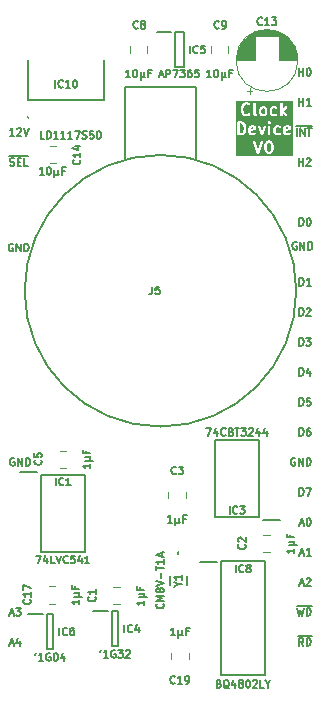
<source format=gto>
%TF.GenerationSoftware,KiCad,Pcbnew,9.0.2*%
%TF.CreationDate,2025-06-27T16:19:46+02:00*%
%TF.ProjectId,Clock Device,436c6f63-6b20-4446-9576-6963652e6b69,V1*%
%TF.SameCoordinates,Original*%
%TF.FileFunction,Legend,Top*%
%TF.FilePolarity,Positive*%
%FSLAX46Y46*%
G04 Gerber Fmt 4.6, Leading zero omitted, Abs format (unit mm)*
G04 Created by KiCad (PCBNEW 9.0.2) date 2025-06-27 16:19:46*
%MOMM*%
%LPD*%
G01*
G04 APERTURE LIST*
%ADD10C,0.150000*%
%ADD11C,0.200000*%
%ADD12C,0.120000*%
%ADD13C,0.100000*%
G04 APERTURE END LIST*
D10*
X25736744Y-12985963D02*
X25736744Y-12350963D01*
X25736744Y-12350963D02*
X25887934Y-12350963D01*
X25887934Y-12350963D02*
X25978649Y-12381201D01*
X25978649Y-12381201D02*
X26039125Y-12441677D01*
X26039125Y-12441677D02*
X26069363Y-12502153D01*
X26069363Y-12502153D02*
X26099601Y-12623105D01*
X26099601Y-12623105D02*
X26099601Y-12713820D01*
X26099601Y-12713820D02*
X26069363Y-12834772D01*
X26069363Y-12834772D02*
X26039125Y-12895248D01*
X26039125Y-12895248D02*
X25978649Y-12955725D01*
X25978649Y-12955725D02*
X25887934Y-12985963D01*
X25887934Y-12985963D02*
X25736744Y-12985963D01*
X26492696Y-12350963D02*
X26553173Y-12350963D01*
X26553173Y-12350963D02*
X26613649Y-12381201D01*
X26613649Y-12381201D02*
X26643887Y-12411439D01*
X26643887Y-12411439D02*
X26674125Y-12471915D01*
X26674125Y-12471915D02*
X26704363Y-12592867D01*
X26704363Y-12592867D02*
X26704363Y-12744058D01*
X26704363Y-12744058D02*
X26674125Y-12865010D01*
X26674125Y-12865010D02*
X26643887Y-12925486D01*
X26643887Y-12925486D02*
X26613649Y-12955725D01*
X26613649Y-12955725D02*
X26553173Y-12985963D01*
X26553173Y-12985963D02*
X26492696Y-12985963D01*
X26492696Y-12985963D02*
X26432220Y-12955725D01*
X26432220Y-12955725D02*
X26401982Y-12925486D01*
X26401982Y-12925486D02*
X26371744Y-12865010D01*
X26371744Y-12865010D02*
X26341506Y-12744058D01*
X26341506Y-12744058D02*
X26341506Y-12592867D01*
X26341506Y-12592867D02*
X26371744Y-12471915D01*
X26371744Y-12471915D02*
X26401982Y-12411439D01*
X26401982Y-12411439D02*
X26432220Y-12381201D01*
X26432220Y-12381201D02*
X26492696Y-12350963D01*
X25500887Y-14413201D02*
X25440411Y-14382963D01*
X25440411Y-14382963D02*
X25349697Y-14382963D01*
X25349697Y-14382963D02*
X25258982Y-14413201D01*
X25258982Y-14413201D02*
X25198506Y-14473677D01*
X25198506Y-14473677D02*
X25168268Y-14534153D01*
X25168268Y-14534153D02*
X25138030Y-14655105D01*
X25138030Y-14655105D02*
X25138030Y-14745820D01*
X25138030Y-14745820D02*
X25168268Y-14866772D01*
X25168268Y-14866772D02*
X25198506Y-14927248D01*
X25198506Y-14927248D02*
X25258982Y-14987725D01*
X25258982Y-14987725D02*
X25349697Y-15017963D01*
X25349697Y-15017963D02*
X25410173Y-15017963D01*
X25410173Y-15017963D02*
X25500887Y-14987725D01*
X25500887Y-14987725D02*
X25531125Y-14957486D01*
X25531125Y-14957486D02*
X25531125Y-14745820D01*
X25531125Y-14745820D02*
X25410173Y-14745820D01*
X25803268Y-15017963D02*
X25803268Y-14382963D01*
X25803268Y-14382963D02*
X26166125Y-15017963D01*
X26166125Y-15017963D02*
X26166125Y-14382963D01*
X26468506Y-15017963D02*
X26468506Y-14382963D01*
X26468506Y-14382963D02*
X26619696Y-14382963D01*
X26619696Y-14382963D02*
X26710411Y-14413201D01*
X26710411Y-14413201D02*
X26770887Y-14473677D01*
X26770887Y-14473677D02*
X26801125Y-14534153D01*
X26801125Y-14534153D02*
X26831363Y-14655105D01*
X26831363Y-14655105D02*
X26831363Y-14745820D01*
X26831363Y-14745820D02*
X26801125Y-14866772D01*
X26801125Y-14866772D02*
X26770887Y-14927248D01*
X26770887Y-14927248D02*
X26710411Y-14987725D01*
X26710411Y-14987725D02*
X26619696Y-15017963D01*
X26619696Y-15017963D02*
X26468506Y-15017963D01*
X1598493Y-5365963D02*
X1235636Y-5365963D01*
X1417064Y-5365963D02*
X1417064Y-4730963D01*
X1417064Y-4730963D02*
X1356588Y-4821677D01*
X1356588Y-4821677D02*
X1296112Y-4882153D01*
X1296112Y-4882153D02*
X1235636Y-4912391D01*
X1840398Y-4791439D02*
X1870636Y-4761201D01*
X1870636Y-4761201D02*
X1931112Y-4730963D01*
X1931112Y-4730963D02*
X2082303Y-4730963D01*
X2082303Y-4730963D02*
X2142779Y-4761201D01*
X2142779Y-4761201D02*
X2173017Y-4791439D01*
X2173017Y-4791439D02*
X2203255Y-4851915D01*
X2203255Y-4851915D02*
X2203255Y-4912391D01*
X2203255Y-4912391D02*
X2173017Y-5003105D01*
X2173017Y-5003105D02*
X1810160Y-5365963D01*
X1810160Y-5365963D02*
X2203255Y-5365963D01*
X2384684Y-4730963D02*
X2596350Y-5365963D01*
X2596350Y-5365963D02*
X2808017Y-4730963D01*
X25706506Y-7905963D02*
X25706506Y-7270963D01*
X25706506Y-7573344D02*
X26069363Y-7573344D01*
X26069363Y-7905963D02*
X26069363Y-7270963D01*
X26341506Y-7331439D02*
X26371744Y-7301201D01*
X26371744Y-7301201D02*
X26432220Y-7270963D01*
X26432220Y-7270963D02*
X26583411Y-7270963D01*
X26583411Y-7270963D02*
X26643887Y-7301201D01*
X26643887Y-7301201D02*
X26674125Y-7331439D01*
X26674125Y-7331439D02*
X26704363Y-7391915D01*
X26704363Y-7391915D02*
X26704363Y-7452391D01*
X26704363Y-7452391D02*
X26674125Y-7543105D01*
X26674125Y-7543105D02*
X26311268Y-7905963D01*
X26311268Y-7905963D02*
X26704363Y-7905963D01*
X1235636Y-48364534D02*
X1538017Y-48364534D01*
X1175160Y-48545963D02*
X1386826Y-47910963D01*
X1386826Y-47910963D02*
X1598493Y-48545963D01*
X2082303Y-48122629D02*
X2082303Y-48545963D01*
X1931112Y-47880725D02*
X1779922Y-48334296D01*
X1779922Y-48334296D02*
X2173017Y-48334296D01*
X1598493Y-32701201D02*
X1538017Y-32670963D01*
X1538017Y-32670963D02*
X1447303Y-32670963D01*
X1447303Y-32670963D02*
X1356588Y-32701201D01*
X1356588Y-32701201D02*
X1296112Y-32761677D01*
X1296112Y-32761677D02*
X1265874Y-32822153D01*
X1265874Y-32822153D02*
X1235636Y-32943105D01*
X1235636Y-32943105D02*
X1235636Y-33033820D01*
X1235636Y-33033820D02*
X1265874Y-33154772D01*
X1265874Y-33154772D02*
X1296112Y-33215248D01*
X1296112Y-33215248D02*
X1356588Y-33275725D01*
X1356588Y-33275725D02*
X1447303Y-33305963D01*
X1447303Y-33305963D02*
X1507779Y-33305963D01*
X1507779Y-33305963D02*
X1598493Y-33275725D01*
X1598493Y-33275725D02*
X1628731Y-33245486D01*
X1628731Y-33245486D02*
X1628731Y-33033820D01*
X1628731Y-33033820D02*
X1507779Y-33033820D01*
X1900874Y-33305963D02*
X1900874Y-32670963D01*
X1900874Y-32670963D02*
X2263731Y-33305963D01*
X2263731Y-33305963D02*
X2263731Y-32670963D01*
X2566112Y-33305963D02*
X2566112Y-32670963D01*
X2566112Y-32670963D02*
X2717302Y-32670963D01*
X2717302Y-32670963D02*
X2808017Y-32701201D01*
X2808017Y-32701201D02*
X2868493Y-32761677D01*
X2868493Y-32761677D02*
X2898731Y-32822153D01*
X2898731Y-32822153D02*
X2928969Y-32943105D01*
X2928969Y-32943105D02*
X2928969Y-33033820D01*
X2928969Y-33033820D02*
X2898731Y-33154772D01*
X2898731Y-33154772D02*
X2868493Y-33215248D01*
X2868493Y-33215248D02*
X2808017Y-33275725D01*
X2808017Y-33275725D02*
X2717302Y-33305963D01*
X2717302Y-33305963D02*
X2566112Y-33305963D01*
X25797220Y-38204534D02*
X26099601Y-38204534D01*
X25736744Y-38385963D02*
X25948410Y-37750963D01*
X25948410Y-37750963D02*
X26160077Y-38385963D01*
X26492696Y-37750963D02*
X26553173Y-37750963D01*
X26553173Y-37750963D02*
X26613649Y-37781201D01*
X26613649Y-37781201D02*
X26643887Y-37811439D01*
X26643887Y-37811439D02*
X26674125Y-37871915D01*
X26674125Y-37871915D02*
X26704363Y-37992867D01*
X26704363Y-37992867D02*
X26704363Y-38144058D01*
X26704363Y-38144058D02*
X26674125Y-38265010D01*
X26674125Y-38265010D02*
X26643887Y-38325486D01*
X26643887Y-38325486D02*
X26613649Y-38355725D01*
X26613649Y-38355725D02*
X26553173Y-38385963D01*
X26553173Y-38385963D02*
X26492696Y-38385963D01*
X26492696Y-38385963D02*
X26432220Y-38355725D01*
X26432220Y-38355725D02*
X26401982Y-38325486D01*
X26401982Y-38325486D02*
X26371744Y-38265010D01*
X26371744Y-38265010D02*
X26341506Y-38144058D01*
X26341506Y-38144058D02*
X26341506Y-37992867D01*
X26341506Y-37992867D02*
X26371744Y-37871915D01*
X26371744Y-37871915D02*
X26401982Y-37811439D01*
X26401982Y-37811439D02*
X26432220Y-37781201D01*
X26432220Y-37781201D02*
X26492696Y-37750963D01*
X25736744Y-28225963D02*
X25736744Y-27590963D01*
X25736744Y-27590963D02*
X25887934Y-27590963D01*
X25887934Y-27590963D02*
X25978649Y-27621201D01*
X25978649Y-27621201D02*
X26039125Y-27681677D01*
X26039125Y-27681677D02*
X26069363Y-27742153D01*
X26069363Y-27742153D02*
X26099601Y-27863105D01*
X26099601Y-27863105D02*
X26099601Y-27953820D01*
X26099601Y-27953820D02*
X26069363Y-28074772D01*
X26069363Y-28074772D02*
X26039125Y-28135248D01*
X26039125Y-28135248D02*
X25978649Y-28195725D01*
X25978649Y-28195725D02*
X25887934Y-28225963D01*
X25887934Y-28225963D02*
X25736744Y-28225963D01*
X26674125Y-27590963D02*
X26371744Y-27590963D01*
X26371744Y-27590963D02*
X26341506Y-27893344D01*
X26341506Y-27893344D02*
X26371744Y-27863105D01*
X26371744Y-27863105D02*
X26432220Y-27832867D01*
X26432220Y-27832867D02*
X26583411Y-27832867D01*
X26583411Y-27832867D02*
X26643887Y-27863105D01*
X26643887Y-27863105D02*
X26674125Y-27893344D01*
X26674125Y-27893344D02*
X26704363Y-27953820D01*
X26704363Y-27953820D02*
X26704363Y-28105010D01*
X26704363Y-28105010D02*
X26674125Y-28165486D01*
X26674125Y-28165486D02*
X26643887Y-28195725D01*
X26643887Y-28195725D02*
X26583411Y-28225963D01*
X26583411Y-28225963D02*
X26432220Y-28225963D01*
X26432220Y-28225963D02*
X26371744Y-28195725D01*
X26371744Y-28195725D02*
X26341506Y-28165486D01*
X25797220Y-43284534D02*
X26099601Y-43284534D01*
X25736744Y-43465963D02*
X25948410Y-42830963D01*
X25948410Y-42830963D02*
X26160077Y-43465963D01*
X26341506Y-42891439D02*
X26371744Y-42861201D01*
X26371744Y-42861201D02*
X26432220Y-42830963D01*
X26432220Y-42830963D02*
X26583411Y-42830963D01*
X26583411Y-42830963D02*
X26643887Y-42861201D01*
X26643887Y-42861201D02*
X26674125Y-42891439D01*
X26674125Y-42891439D02*
X26704363Y-42951915D01*
X26704363Y-42951915D02*
X26704363Y-43012391D01*
X26704363Y-43012391D02*
X26674125Y-43103105D01*
X26674125Y-43103105D02*
X26311268Y-43465963D01*
X26311268Y-43465963D02*
X26704363Y-43465963D01*
X25525077Y-5365963D02*
X25525077Y-4730963D01*
X25827458Y-5365963D02*
X25827458Y-4730963D01*
X25827458Y-4730963D02*
X26190315Y-5365963D01*
X26190315Y-5365963D02*
X26190315Y-4730963D01*
X26401982Y-4730963D02*
X26764839Y-4730963D01*
X26583410Y-5365963D02*
X26583410Y-4730963D01*
X25437387Y-4554675D02*
X26761816Y-4554675D01*
X1235636Y-45824534D02*
X1538017Y-45824534D01*
X1175160Y-46005963D02*
X1386826Y-45370963D01*
X1386826Y-45370963D02*
X1598493Y-46005963D01*
X1749684Y-45370963D02*
X2142779Y-45370963D01*
X2142779Y-45370963D02*
X1931112Y-45612867D01*
X1931112Y-45612867D02*
X2021827Y-45612867D01*
X2021827Y-45612867D02*
X2082303Y-45643105D01*
X2082303Y-45643105D02*
X2112541Y-45673344D01*
X2112541Y-45673344D02*
X2142779Y-45733820D01*
X2142779Y-45733820D02*
X2142779Y-45885010D01*
X2142779Y-45885010D02*
X2112541Y-45945486D01*
X2112541Y-45945486D02*
X2082303Y-45975725D01*
X2082303Y-45975725D02*
X2021827Y-46005963D01*
X2021827Y-46005963D02*
X1840398Y-46005963D01*
X1840398Y-46005963D02*
X1779922Y-45975725D01*
X1779922Y-45975725D02*
X1749684Y-45945486D01*
X1235636Y-7875725D02*
X1326350Y-7905963D01*
X1326350Y-7905963D02*
X1477541Y-7905963D01*
X1477541Y-7905963D02*
X1538017Y-7875725D01*
X1538017Y-7875725D02*
X1568255Y-7845486D01*
X1568255Y-7845486D02*
X1598493Y-7785010D01*
X1598493Y-7785010D02*
X1598493Y-7724534D01*
X1598493Y-7724534D02*
X1568255Y-7664058D01*
X1568255Y-7664058D02*
X1538017Y-7633820D01*
X1538017Y-7633820D02*
X1477541Y-7603582D01*
X1477541Y-7603582D02*
X1356588Y-7573344D01*
X1356588Y-7573344D02*
X1296112Y-7543105D01*
X1296112Y-7543105D02*
X1265874Y-7512867D01*
X1265874Y-7512867D02*
X1235636Y-7452391D01*
X1235636Y-7452391D02*
X1235636Y-7391915D01*
X1235636Y-7391915D02*
X1265874Y-7331439D01*
X1265874Y-7331439D02*
X1296112Y-7301201D01*
X1296112Y-7301201D02*
X1356588Y-7270963D01*
X1356588Y-7270963D02*
X1507779Y-7270963D01*
X1507779Y-7270963D02*
X1598493Y-7301201D01*
X1870636Y-7573344D02*
X2082303Y-7573344D01*
X2173017Y-7905963D02*
X1870636Y-7905963D01*
X1870636Y-7905963D02*
X1870636Y-7270963D01*
X1870636Y-7270963D02*
X2173017Y-7270963D01*
X2747541Y-7905963D02*
X2445160Y-7905963D01*
X2445160Y-7905963D02*
X2445160Y-7270963D01*
X1178184Y-7094675D02*
X2744518Y-7094675D01*
X25706506Y-285963D02*
X25706506Y349036D01*
X25706506Y46655D02*
X26069363Y46655D01*
X26069363Y-285963D02*
X26069363Y349036D01*
X26492696Y349036D02*
X26553173Y349036D01*
X26553173Y349036D02*
X26613649Y318798D01*
X26613649Y318798D02*
X26643887Y288560D01*
X26643887Y288560D02*
X26674125Y228084D01*
X26674125Y228084D02*
X26704363Y107132D01*
X26704363Y107132D02*
X26704363Y-44058D01*
X26704363Y-44058D02*
X26674125Y-165010D01*
X26674125Y-165010D02*
X26643887Y-225486D01*
X26643887Y-225486D02*
X26613649Y-255725D01*
X26613649Y-255725D02*
X26553173Y-285963D01*
X26553173Y-285963D02*
X26492696Y-285963D01*
X26492696Y-285963D02*
X26432220Y-255725D01*
X26432220Y-255725D02*
X26401982Y-225486D01*
X26401982Y-225486D02*
X26371744Y-165010D01*
X26371744Y-165010D02*
X26341506Y-44058D01*
X26341506Y-44058D02*
X26341506Y107132D01*
X26341506Y107132D02*
X26371744Y228084D01*
X26371744Y228084D02*
X26401982Y288560D01*
X26401982Y288560D02*
X26432220Y318798D01*
X26432220Y318798D02*
X26492696Y349036D01*
X25736744Y-20605963D02*
X25736744Y-19970963D01*
X25736744Y-19970963D02*
X25887934Y-19970963D01*
X25887934Y-19970963D02*
X25978649Y-20001201D01*
X25978649Y-20001201D02*
X26039125Y-20061677D01*
X26039125Y-20061677D02*
X26069363Y-20122153D01*
X26069363Y-20122153D02*
X26099601Y-20243105D01*
X26099601Y-20243105D02*
X26099601Y-20333820D01*
X26099601Y-20333820D02*
X26069363Y-20454772D01*
X26069363Y-20454772D02*
X26039125Y-20515248D01*
X26039125Y-20515248D02*
X25978649Y-20575725D01*
X25978649Y-20575725D02*
X25887934Y-20605963D01*
X25887934Y-20605963D02*
X25736744Y-20605963D01*
X26341506Y-20031439D02*
X26371744Y-20001201D01*
X26371744Y-20001201D02*
X26432220Y-19970963D01*
X26432220Y-19970963D02*
X26583411Y-19970963D01*
X26583411Y-19970963D02*
X26643887Y-20001201D01*
X26643887Y-20001201D02*
X26674125Y-20031439D01*
X26674125Y-20031439D02*
X26704363Y-20091915D01*
X26704363Y-20091915D02*
X26704363Y-20152391D01*
X26704363Y-20152391D02*
X26674125Y-20243105D01*
X26674125Y-20243105D02*
X26311268Y-20605963D01*
X26311268Y-20605963D02*
X26704363Y-20605963D01*
X25736744Y-18065963D02*
X25736744Y-17430963D01*
X25736744Y-17430963D02*
X25887934Y-17430963D01*
X25887934Y-17430963D02*
X25978649Y-17461201D01*
X25978649Y-17461201D02*
X26039125Y-17521677D01*
X26039125Y-17521677D02*
X26069363Y-17582153D01*
X26069363Y-17582153D02*
X26099601Y-17703105D01*
X26099601Y-17703105D02*
X26099601Y-17793820D01*
X26099601Y-17793820D02*
X26069363Y-17914772D01*
X26069363Y-17914772D02*
X26039125Y-17975248D01*
X26039125Y-17975248D02*
X25978649Y-18035725D01*
X25978649Y-18035725D02*
X25887934Y-18065963D01*
X25887934Y-18065963D02*
X25736744Y-18065963D01*
X26704363Y-18065963D02*
X26341506Y-18065963D01*
X26522934Y-18065963D02*
X26522934Y-17430963D01*
X26522934Y-17430963D02*
X26462458Y-17521677D01*
X26462458Y-17521677D02*
X26401982Y-17582153D01*
X26401982Y-17582153D02*
X26341506Y-17612391D01*
X25736744Y-23145963D02*
X25736744Y-22510963D01*
X25736744Y-22510963D02*
X25887934Y-22510963D01*
X25887934Y-22510963D02*
X25978649Y-22541201D01*
X25978649Y-22541201D02*
X26039125Y-22601677D01*
X26039125Y-22601677D02*
X26069363Y-22662153D01*
X26069363Y-22662153D02*
X26099601Y-22783105D01*
X26099601Y-22783105D02*
X26099601Y-22873820D01*
X26099601Y-22873820D02*
X26069363Y-22994772D01*
X26069363Y-22994772D02*
X26039125Y-23055248D01*
X26039125Y-23055248D02*
X25978649Y-23115725D01*
X25978649Y-23115725D02*
X25887934Y-23145963D01*
X25887934Y-23145963D02*
X25736744Y-23145963D01*
X26311268Y-22510963D02*
X26704363Y-22510963D01*
X26704363Y-22510963D02*
X26492696Y-22752867D01*
X26492696Y-22752867D02*
X26583411Y-22752867D01*
X26583411Y-22752867D02*
X26643887Y-22783105D01*
X26643887Y-22783105D02*
X26674125Y-22813344D01*
X26674125Y-22813344D02*
X26704363Y-22873820D01*
X26704363Y-22873820D02*
X26704363Y-23025010D01*
X26704363Y-23025010D02*
X26674125Y-23085486D01*
X26674125Y-23085486D02*
X26643887Y-23115725D01*
X26643887Y-23115725D02*
X26583411Y-23145963D01*
X26583411Y-23145963D02*
X26401982Y-23145963D01*
X26401982Y-23145963D02*
X26341506Y-23115725D01*
X26341506Y-23115725D02*
X26311268Y-23085486D01*
X25555316Y-45370963D02*
X25706506Y-46005963D01*
X25706506Y-46005963D02*
X25827459Y-45552391D01*
X25827459Y-45552391D02*
X25948411Y-46005963D01*
X25948411Y-46005963D02*
X26099602Y-45370963D01*
X26341506Y-46005963D02*
X26341506Y-45370963D01*
X26341506Y-45370963D02*
X26492696Y-45370963D01*
X26492696Y-45370963D02*
X26583411Y-45401201D01*
X26583411Y-45401201D02*
X26643887Y-45461677D01*
X26643887Y-45461677D02*
X26674125Y-45522153D01*
X26674125Y-45522153D02*
X26704363Y-45643105D01*
X26704363Y-45643105D02*
X26704363Y-45733820D01*
X26704363Y-45733820D02*
X26674125Y-45854772D01*
X26674125Y-45854772D02*
X26643887Y-45915248D01*
X26643887Y-45915248D02*
X26583411Y-45975725D01*
X26583411Y-45975725D02*
X26492696Y-46005963D01*
X26492696Y-46005963D02*
X26341506Y-46005963D01*
X25528102Y-45194675D02*
X26761816Y-45194675D01*
X25373887Y-32701201D02*
X25313411Y-32670963D01*
X25313411Y-32670963D02*
X25222697Y-32670963D01*
X25222697Y-32670963D02*
X25131982Y-32701201D01*
X25131982Y-32701201D02*
X25071506Y-32761677D01*
X25071506Y-32761677D02*
X25041268Y-32822153D01*
X25041268Y-32822153D02*
X25011030Y-32943105D01*
X25011030Y-32943105D02*
X25011030Y-33033820D01*
X25011030Y-33033820D02*
X25041268Y-33154772D01*
X25041268Y-33154772D02*
X25071506Y-33215248D01*
X25071506Y-33215248D02*
X25131982Y-33275725D01*
X25131982Y-33275725D02*
X25222697Y-33305963D01*
X25222697Y-33305963D02*
X25283173Y-33305963D01*
X25283173Y-33305963D02*
X25373887Y-33275725D01*
X25373887Y-33275725D02*
X25404125Y-33245486D01*
X25404125Y-33245486D02*
X25404125Y-33033820D01*
X25404125Y-33033820D02*
X25283173Y-33033820D01*
X25676268Y-33305963D02*
X25676268Y-32670963D01*
X25676268Y-32670963D02*
X26039125Y-33305963D01*
X26039125Y-33305963D02*
X26039125Y-32670963D01*
X26341506Y-33305963D02*
X26341506Y-32670963D01*
X26341506Y-32670963D02*
X26492696Y-32670963D01*
X26492696Y-32670963D02*
X26583411Y-32701201D01*
X26583411Y-32701201D02*
X26643887Y-32761677D01*
X26643887Y-32761677D02*
X26674125Y-32822153D01*
X26674125Y-32822153D02*
X26704363Y-32943105D01*
X26704363Y-32943105D02*
X26704363Y-33033820D01*
X26704363Y-33033820D02*
X26674125Y-33154772D01*
X26674125Y-33154772D02*
X26643887Y-33215248D01*
X26643887Y-33215248D02*
X26583411Y-33275725D01*
X26583411Y-33275725D02*
X26492696Y-33305963D01*
X26492696Y-33305963D02*
X26341506Y-33305963D01*
X25736744Y-30765963D02*
X25736744Y-30130963D01*
X25736744Y-30130963D02*
X25887934Y-30130963D01*
X25887934Y-30130963D02*
X25978649Y-30161201D01*
X25978649Y-30161201D02*
X26039125Y-30221677D01*
X26039125Y-30221677D02*
X26069363Y-30282153D01*
X26069363Y-30282153D02*
X26099601Y-30403105D01*
X26099601Y-30403105D02*
X26099601Y-30493820D01*
X26099601Y-30493820D02*
X26069363Y-30614772D01*
X26069363Y-30614772D02*
X26039125Y-30675248D01*
X26039125Y-30675248D02*
X25978649Y-30735725D01*
X25978649Y-30735725D02*
X25887934Y-30765963D01*
X25887934Y-30765963D02*
X25736744Y-30765963D01*
X26643887Y-30130963D02*
X26522934Y-30130963D01*
X26522934Y-30130963D02*
X26462458Y-30161201D01*
X26462458Y-30161201D02*
X26432220Y-30191439D01*
X26432220Y-30191439D02*
X26371744Y-30282153D01*
X26371744Y-30282153D02*
X26341506Y-30403105D01*
X26341506Y-30403105D02*
X26341506Y-30645010D01*
X26341506Y-30645010D02*
X26371744Y-30705486D01*
X26371744Y-30705486D02*
X26401982Y-30735725D01*
X26401982Y-30735725D02*
X26462458Y-30765963D01*
X26462458Y-30765963D02*
X26583411Y-30765963D01*
X26583411Y-30765963D02*
X26643887Y-30735725D01*
X26643887Y-30735725D02*
X26674125Y-30705486D01*
X26674125Y-30705486D02*
X26704363Y-30645010D01*
X26704363Y-30645010D02*
X26704363Y-30493820D01*
X26704363Y-30493820D02*
X26674125Y-30433344D01*
X26674125Y-30433344D02*
X26643887Y-30403105D01*
X26643887Y-30403105D02*
X26583411Y-30372867D01*
X26583411Y-30372867D02*
X26462458Y-30372867D01*
X26462458Y-30372867D02*
X26401982Y-30403105D01*
X26401982Y-30403105D02*
X26371744Y-30433344D01*
X26371744Y-30433344D02*
X26341506Y-30493820D01*
X26069363Y-48545963D02*
X25857696Y-48243582D01*
X25706506Y-48545963D02*
X25706506Y-47910963D01*
X25706506Y-47910963D02*
X25948411Y-47910963D01*
X25948411Y-47910963D02*
X26008887Y-47941201D01*
X26008887Y-47941201D02*
X26039125Y-47971439D01*
X26039125Y-47971439D02*
X26069363Y-48031915D01*
X26069363Y-48031915D02*
X26069363Y-48122629D01*
X26069363Y-48122629D02*
X26039125Y-48183105D01*
X26039125Y-48183105D02*
X26008887Y-48213344D01*
X26008887Y-48213344D02*
X25948411Y-48243582D01*
X25948411Y-48243582D02*
X25706506Y-48243582D01*
X26341506Y-48545963D02*
X26341506Y-47910963D01*
X26341506Y-47910963D02*
X26492696Y-47910963D01*
X26492696Y-47910963D02*
X26583411Y-47941201D01*
X26583411Y-47941201D02*
X26643887Y-48001677D01*
X26643887Y-48001677D02*
X26674125Y-48062153D01*
X26674125Y-48062153D02*
X26704363Y-48183105D01*
X26704363Y-48183105D02*
X26704363Y-48273820D01*
X26704363Y-48273820D02*
X26674125Y-48394772D01*
X26674125Y-48394772D02*
X26643887Y-48455248D01*
X26643887Y-48455248D02*
X26583411Y-48515725D01*
X26583411Y-48515725D02*
X26492696Y-48545963D01*
X26492696Y-48545963D02*
X26341506Y-48545963D01*
X25618816Y-47734675D02*
X26761816Y-47734675D01*
X25736744Y-35845963D02*
X25736744Y-35210963D01*
X25736744Y-35210963D02*
X25887934Y-35210963D01*
X25887934Y-35210963D02*
X25978649Y-35241201D01*
X25978649Y-35241201D02*
X26039125Y-35301677D01*
X26039125Y-35301677D02*
X26069363Y-35362153D01*
X26069363Y-35362153D02*
X26099601Y-35483105D01*
X26099601Y-35483105D02*
X26099601Y-35573820D01*
X26099601Y-35573820D02*
X26069363Y-35694772D01*
X26069363Y-35694772D02*
X26039125Y-35755248D01*
X26039125Y-35755248D02*
X25978649Y-35815725D01*
X25978649Y-35815725D02*
X25887934Y-35845963D01*
X25887934Y-35845963D02*
X25736744Y-35845963D01*
X26311268Y-35210963D02*
X26734601Y-35210963D01*
X26734601Y-35210963D02*
X26462458Y-35845963D01*
X25797220Y-40744534D02*
X26099601Y-40744534D01*
X25736744Y-40925963D02*
X25948410Y-40290963D01*
X25948410Y-40290963D02*
X26160077Y-40925963D01*
X26704363Y-40925963D02*
X26341506Y-40925963D01*
X26522934Y-40925963D02*
X26522934Y-40290963D01*
X26522934Y-40290963D02*
X26462458Y-40381677D01*
X26462458Y-40381677D02*
X26401982Y-40442153D01*
X26401982Y-40442153D02*
X26341506Y-40472391D01*
D11*
G36*
X23245192Y-5982024D02*
G01*
X23269861Y-6006692D01*
X23305314Y-6077599D01*
X23347285Y-6245480D01*
X23347285Y-6458956D01*
X23305314Y-6626837D01*
X23269861Y-6697743D01*
X23245192Y-6722413D01*
X23185583Y-6752219D01*
X23137559Y-6752219D01*
X23077949Y-6722414D01*
X23053282Y-6697746D01*
X23017827Y-6626837D01*
X22975857Y-6458956D01*
X22975857Y-6245481D01*
X23017827Y-6077599D01*
X23053281Y-6006692D01*
X23077949Y-5982023D01*
X23137559Y-5952219D01*
X23185583Y-5952219D01*
X23245192Y-5982024D01*
G37*
G36*
X20893265Y-4377296D02*
G01*
X20960338Y-4444369D01*
X20995790Y-4515274D01*
X21037761Y-4683155D01*
X21037761Y-4801393D01*
X20995790Y-4969274D01*
X20960337Y-5040180D01*
X20893266Y-5107253D01*
X20788201Y-5142275D01*
X20666333Y-5142275D01*
X20666333Y-4342275D01*
X20788201Y-4342275D01*
X20893265Y-4377296D01*
G37*
G36*
X21872749Y-4697763D02*
G01*
X21890199Y-4732663D01*
X21618714Y-4786960D01*
X21618714Y-4742072D01*
X21640869Y-4697762D01*
X21685178Y-4675608D01*
X21828440Y-4675608D01*
X21872749Y-4697763D01*
G37*
G36*
X24825130Y-4697763D02*
G01*
X24842580Y-4732663D01*
X24571095Y-4786960D01*
X24571095Y-4742072D01*
X24593250Y-4697762D01*
X24637559Y-4675608D01*
X24780821Y-4675608D01*
X24825130Y-4697763D01*
G37*
G36*
X22769002Y-3095469D02*
G01*
X22793671Y-3120137D01*
X22823476Y-3179747D01*
X22823476Y-3418247D01*
X22793671Y-3477855D01*
X22769002Y-3502525D01*
X22709393Y-3532331D01*
X22613750Y-3532331D01*
X22554140Y-3502526D01*
X22529473Y-3477858D01*
X22499667Y-3418246D01*
X22499667Y-3179747D01*
X22529472Y-3120137D01*
X22554140Y-3095468D01*
X22613750Y-3065664D01*
X22709393Y-3065664D01*
X22769002Y-3095469D01*
G37*
G36*
X25158396Y-7063330D02*
G01*
X20355222Y-7063330D01*
X20355222Y-5864726D01*
X21824261Y-5864726D01*
X21828608Y-5883842D01*
X22161941Y-6883841D01*
X22169932Y-6901742D01*
X22174615Y-6907141D01*
X22177810Y-6913531D01*
X22187281Y-6921746D01*
X22195497Y-6931218D01*
X22201885Y-6934412D01*
X22207286Y-6939096D01*
X22219187Y-6943063D01*
X22230396Y-6948667D01*
X22237520Y-6949173D01*
X22244302Y-6951434D01*
X22256811Y-6950544D01*
X22269316Y-6951434D01*
X22276094Y-6949174D01*
X22283222Y-6948668D01*
X22294438Y-6943059D01*
X22306332Y-6939095D01*
X22311729Y-6934414D01*
X22318121Y-6931218D01*
X22326339Y-6921742D01*
X22335808Y-6913530D01*
X22339001Y-6907143D01*
X22343686Y-6901742D01*
X22351677Y-6883842D01*
X22568567Y-6233171D01*
X22775857Y-6233171D01*
X22775857Y-6471266D01*
X22776192Y-6474668D01*
X22775975Y-6476127D01*
X22777054Y-6483424D01*
X22777778Y-6490775D01*
X22778342Y-6492138D01*
X22778843Y-6495520D01*
X22826462Y-6685995D01*
X22826975Y-6687432D01*
X22827027Y-6688155D01*
X22830135Y-6696279D01*
X22833057Y-6704456D01*
X22833487Y-6705036D01*
X22834033Y-6706463D01*
X22881652Y-6801701D01*
X22886935Y-6810093D01*
X22887947Y-6812537D01*
X22890203Y-6815286D01*
X22892095Y-6818291D01*
X22894089Y-6820020D01*
X22900384Y-6827690D01*
X22948002Y-6875310D01*
X22955670Y-6881603D01*
X22957402Y-6883600D01*
X22960410Y-6885493D01*
X22963156Y-6887747D01*
X22965596Y-6888757D01*
X22973993Y-6894043D01*
X23069230Y-6941662D01*
X23087539Y-6948668D01*
X23091122Y-6948922D01*
X23094443Y-6950298D01*
X23113952Y-6952219D01*
X23209190Y-6952219D01*
X23228699Y-6950298D01*
X23232019Y-6948922D01*
X23235603Y-6948668D01*
X23253911Y-6941662D01*
X23349149Y-6894043D01*
X23357544Y-6888758D01*
X23359986Y-6887747D01*
X23362733Y-6885491D01*
X23365739Y-6883600D01*
X23367469Y-6881605D01*
X23375139Y-6875310D01*
X23422758Y-6827690D01*
X23429050Y-6820023D01*
X23431047Y-6818292D01*
X23432940Y-6815284D01*
X23435195Y-6812537D01*
X23436206Y-6810095D01*
X23441490Y-6801701D01*
X23489109Y-6706464D01*
X23489655Y-6705035D01*
X23490085Y-6704456D01*
X23493006Y-6696279D01*
X23496115Y-6688155D01*
X23496166Y-6687434D01*
X23496680Y-6685996D01*
X23544299Y-6495520D01*
X23544799Y-6492138D01*
X23545364Y-6490775D01*
X23546087Y-6483424D01*
X23547167Y-6476127D01*
X23546949Y-6474668D01*
X23547285Y-6471266D01*
X23547285Y-6233171D01*
X23546949Y-6229768D01*
X23547167Y-6228310D01*
X23546087Y-6221012D01*
X23545364Y-6213662D01*
X23544799Y-6212298D01*
X23544299Y-6208917D01*
X23496680Y-6018441D01*
X23496166Y-6017002D01*
X23496115Y-6016282D01*
X23493006Y-6008157D01*
X23490085Y-5999981D01*
X23489655Y-5999401D01*
X23489109Y-5997973D01*
X23441490Y-5902736D01*
X23436204Y-5894339D01*
X23435194Y-5891899D01*
X23432940Y-5889153D01*
X23431047Y-5886145D01*
X23429049Y-5884412D01*
X23422757Y-5876746D01*
X23375139Y-5829127D01*
X23367468Y-5822832D01*
X23365739Y-5820838D01*
X23362731Y-5818944D01*
X23359985Y-5816691D01*
X23357545Y-5815680D01*
X23349149Y-5810395D01*
X23253911Y-5762776D01*
X23235603Y-5755770D01*
X23232019Y-5755515D01*
X23228699Y-5754140D01*
X23209190Y-5752219D01*
X23113952Y-5752219D01*
X23094443Y-5754140D01*
X23091122Y-5755515D01*
X23087539Y-5755770D01*
X23069230Y-5762776D01*
X22973993Y-5810395D01*
X22965596Y-5815680D01*
X22963156Y-5816691D01*
X22960410Y-5818944D01*
X22957402Y-5820838D01*
X22955669Y-5822835D01*
X22948003Y-5829128D01*
X22900384Y-5876746D01*
X22894089Y-5884416D01*
X22892095Y-5886146D01*
X22890201Y-5889153D01*
X22887948Y-5891900D01*
X22886937Y-5894339D01*
X22881652Y-5902736D01*
X22834033Y-5997974D01*
X22833487Y-5999400D01*
X22833057Y-5999981D01*
X22830135Y-6008157D01*
X22827027Y-6016282D01*
X22826975Y-6017004D01*
X22826462Y-6018442D01*
X22778843Y-6208917D01*
X22778342Y-6212298D01*
X22777778Y-6213662D01*
X22777054Y-6221012D01*
X22775975Y-6228310D01*
X22776192Y-6229768D01*
X22775857Y-6233171D01*
X22568567Y-6233171D01*
X22685010Y-5883842D01*
X22689357Y-5864727D01*
X22686591Y-5825807D01*
X22669141Y-5790908D01*
X22639665Y-5765343D01*
X22602649Y-5753004D01*
X22563729Y-5755771D01*
X22528830Y-5773220D01*
X22503265Y-5802696D01*
X22495274Y-5820597D01*
X22256809Y-6535991D01*
X22018344Y-5820596D01*
X22010353Y-5802696D01*
X21984788Y-5773220D01*
X21949889Y-5755770D01*
X21910969Y-5753004D01*
X21873953Y-5765342D01*
X21844477Y-5790907D01*
X21827027Y-5825806D01*
X21824261Y-5864726D01*
X20355222Y-5864726D01*
X20355222Y-4242275D01*
X20466333Y-4242275D01*
X20466333Y-5242275D01*
X20468254Y-5261784D01*
X20483186Y-5297832D01*
X20510776Y-5325422D01*
X20546824Y-5340354D01*
X20566333Y-5342275D01*
X20804428Y-5342275D01*
X20814301Y-5341302D01*
X20816935Y-5341490D01*
X20820398Y-5340702D01*
X20823937Y-5340354D01*
X20826379Y-5339342D01*
X20836051Y-5337143D01*
X20978907Y-5289524D01*
X20996808Y-5281533D01*
X20999523Y-5279178D01*
X21002843Y-5277803D01*
X21017996Y-5265366D01*
X21113234Y-5170127D01*
X21119526Y-5162460D01*
X21121523Y-5160729D01*
X21123416Y-5157721D01*
X21125671Y-5154974D01*
X21126682Y-5152532D01*
X21131966Y-5144138D01*
X21179585Y-5048901D01*
X21180131Y-5047472D01*
X21180561Y-5046893D01*
X21183482Y-5038716D01*
X21186591Y-5030592D01*
X21186642Y-5029871D01*
X21187156Y-5028433D01*
X21234775Y-4837957D01*
X21235275Y-4834575D01*
X21235840Y-4833212D01*
X21236563Y-4825861D01*
X21237643Y-4818564D01*
X21237425Y-4817105D01*
X21237761Y-4813703D01*
X21237761Y-4718465D01*
X21418714Y-4718465D01*
X21418714Y-5099417D01*
X21420635Y-5118926D01*
X21422010Y-5122246D01*
X21422265Y-5125829D01*
X21429271Y-5144138D01*
X21476890Y-5239377D01*
X21478943Y-5242640D01*
X21479457Y-5244179D01*
X21481119Y-5246095D01*
X21487333Y-5255967D01*
X21496804Y-5264181D01*
X21505021Y-5273656D01*
X21514891Y-5279868D01*
X21516809Y-5281532D01*
X21518349Y-5282045D01*
X21521612Y-5284099D01*
X21616849Y-5331718D01*
X21635158Y-5338724D01*
X21638741Y-5338978D01*
X21642062Y-5340354D01*
X21661571Y-5342275D01*
X21852047Y-5342275D01*
X21871556Y-5340354D01*
X21874876Y-5338978D01*
X21878460Y-5338724D01*
X21896768Y-5331718D01*
X21992006Y-5284099D01*
X22008596Y-5273656D01*
X22034161Y-5244179D01*
X22046499Y-5207163D01*
X22043734Y-5168243D01*
X22026285Y-5133345D01*
X21996808Y-5107780D01*
X21959792Y-5095441D01*
X21920872Y-5098207D01*
X21902563Y-5105213D01*
X21828440Y-5142275D01*
X21685178Y-5142275D01*
X21640868Y-5120120D01*
X21618714Y-5075810D01*
X21618714Y-4990921D01*
X22014410Y-4911782D01*
X22014413Y-4911782D01*
X22014415Y-4911780D01*
X22014515Y-4911761D01*
X22033269Y-4906051D01*
X22041409Y-4900599D01*
X22050461Y-4896850D01*
X22057462Y-4889848D01*
X22065688Y-4884340D01*
X22071122Y-4876188D01*
X22078051Y-4869260D01*
X22081840Y-4860112D01*
X22087332Y-4851875D01*
X22089233Y-4842264D01*
X22092983Y-4833212D01*
X22094904Y-4813703D01*
X22094904Y-4718465D01*
X22092983Y-4698956D01*
X22091607Y-4695635D01*
X22091353Y-4692052D01*
X22084347Y-4673743D01*
X22042587Y-4590223D01*
X22229311Y-4590223D01*
X22234064Y-4609242D01*
X22472159Y-5275908D01*
X22480529Y-5293635D01*
X22483899Y-5297357D01*
X22486047Y-5301892D01*
X22496898Y-5311715D01*
X22506716Y-5322560D01*
X22511248Y-5324707D01*
X22514973Y-5328079D01*
X22528763Y-5333003D01*
X22541978Y-5339264D01*
X22546988Y-5339513D01*
X22551718Y-5341202D01*
X22566339Y-5340474D01*
X22580948Y-5341201D01*
X22585673Y-5339513D01*
X22590688Y-5339264D01*
X22603914Y-5332998D01*
X22617693Y-5328078D01*
X22621413Y-5324709D01*
X22625950Y-5322561D01*
X22635772Y-5311710D01*
X22646619Y-5301892D01*
X22648766Y-5297357D01*
X22652137Y-5293635D01*
X22660507Y-5275909D01*
X22898602Y-4609242D01*
X22903355Y-4590223D01*
X22902628Y-4575608D01*
X23085381Y-4575608D01*
X23085381Y-5242275D01*
X23087302Y-5261784D01*
X23102234Y-5297832D01*
X23129824Y-5325422D01*
X23165872Y-5340354D01*
X23204890Y-5340354D01*
X23240938Y-5325422D01*
X23268528Y-5297832D01*
X23283460Y-5261784D01*
X23285381Y-5242275D01*
X23285381Y-4766084D01*
X23513952Y-4766084D01*
X23513952Y-5051798D01*
X23515873Y-5071307D01*
X23517248Y-5074627D01*
X23517503Y-5078211D01*
X23524509Y-5096519D01*
X23572128Y-5191757D01*
X23577411Y-5200149D01*
X23578423Y-5202593D01*
X23580679Y-5205342D01*
X23582571Y-5208347D01*
X23584565Y-5210076D01*
X23590860Y-5217746D01*
X23638478Y-5265366D01*
X23646146Y-5271659D01*
X23647878Y-5273656D01*
X23650886Y-5275549D01*
X23653632Y-5277803D01*
X23656072Y-5278813D01*
X23664469Y-5284099D01*
X23759706Y-5331718D01*
X23778015Y-5338724D01*
X23781598Y-5338978D01*
X23784919Y-5340354D01*
X23804428Y-5342275D01*
X23994904Y-5342275D01*
X24014413Y-5340354D01*
X24017733Y-5338978D01*
X24021317Y-5338724D01*
X24039625Y-5331718D01*
X24134863Y-5284099D01*
X24151453Y-5273656D01*
X24177018Y-5244179D01*
X24189356Y-5207163D01*
X24186591Y-5168243D01*
X24169142Y-5133345D01*
X24139665Y-5107780D01*
X24102649Y-5095441D01*
X24063729Y-5098207D01*
X24045420Y-5105213D01*
X23971297Y-5142275D01*
X23828035Y-5142275D01*
X23768425Y-5112470D01*
X23743758Y-5087802D01*
X23713952Y-5028190D01*
X23713952Y-4789691D01*
X23743757Y-4730081D01*
X23768425Y-4705412D01*
X23828035Y-4675608D01*
X23971297Y-4675608D01*
X24045420Y-4712670D01*
X24063729Y-4719676D01*
X24102649Y-4722442D01*
X24114580Y-4718465D01*
X24371095Y-4718465D01*
X24371095Y-5099417D01*
X24373016Y-5118926D01*
X24374391Y-5122246D01*
X24374646Y-5125829D01*
X24381652Y-5144138D01*
X24429271Y-5239377D01*
X24431324Y-5242640D01*
X24431838Y-5244179D01*
X24433500Y-5246095D01*
X24439714Y-5255967D01*
X24449185Y-5264181D01*
X24457402Y-5273656D01*
X24467272Y-5279868D01*
X24469190Y-5281532D01*
X24470730Y-5282045D01*
X24473993Y-5284099D01*
X24569230Y-5331718D01*
X24587539Y-5338724D01*
X24591122Y-5338978D01*
X24594443Y-5340354D01*
X24613952Y-5342275D01*
X24804428Y-5342275D01*
X24823937Y-5340354D01*
X24827257Y-5338978D01*
X24830841Y-5338724D01*
X24849149Y-5331718D01*
X24944387Y-5284099D01*
X24960977Y-5273656D01*
X24986542Y-5244179D01*
X24998880Y-5207163D01*
X24996115Y-5168243D01*
X24978666Y-5133345D01*
X24949189Y-5107780D01*
X24912173Y-5095441D01*
X24873253Y-5098207D01*
X24854944Y-5105213D01*
X24780821Y-5142275D01*
X24637559Y-5142275D01*
X24593249Y-5120120D01*
X24571095Y-5075810D01*
X24571095Y-4990921D01*
X24966791Y-4911782D01*
X24966794Y-4911782D01*
X24966796Y-4911780D01*
X24966896Y-4911761D01*
X24985650Y-4906051D01*
X24993790Y-4900599D01*
X25002842Y-4896850D01*
X25009843Y-4889848D01*
X25018069Y-4884340D01*
X25023503Y-4876188D01*
X25030432Y-4869260D01*
X25034221Y-4860112D01*
X25039713Y-4851875D01*
X25041614Y-4842264D01*
X25045364Y-4833212D01*
X25047285Y-4813703D01*
X25047285Y-4718465D01*
X25045364Y-4698956D01*
X25043988Y-4695635D01*
X25043734Y-4692052D01*
X25036728Y-4673743D01*
X24989109Y-4578506D01*
X24987054Y-4575242D01*
X24986542Y-4573704D01*
X24984880Y-4571788D01*
X24978666Y-4561915D01*
X24969190Y-4553697D01*
X24960977Y-4544227D01*
X24951105Y-4538013D01*
X24949189Y-4536351D01*
X24947650Y-4535837D01*
X24944387Y-4533784D01*
X24849149Y-4486165D01*
X24830841Y-4479159D01*
X24827257Y-4478904D01*
X24823937Y-4477529D01*
X24804428Y-4475608D01*
X24613952Y-4475608D01*
X24594443Y-4477529D01*
X24591122Y-4478904D01*
X24587539Y-4479159D01*
X24569230Y-4486165D01*
X24473993Y-4533784D01*
X24470729Y-4535838D01*
X24469191Y-4536351D01*
X24467275Y-4538012D01*
X24457402Y-4544227D01*
X24449184Y-4553702D01*
X24439714Y-4561916D01*
X24433500Y-4571787D01*
X24431838Y-4573704D01*
X24431324Y-4575242D01*
X24429271Y-4578506D01*
X24381652Y-4673744D01*
X24374646Y-4692052D01*
X24374391Y-4695635D01*
X24373016Y-4698956D01*
X24371095Y-4718465D01*
X24114580Y-4718465D01*
X24139665Y-4710103D01*
X24169142Y-4684538D01*
X24186591Y-4649640D01*
X24189356Y-4610720D01*
X24177018Y-4573704D01*
X24151453Y-4544227D01*
X24134863Y-4533784D01*
X24039625Y-4486165D01*
X24021317Y-4479159D01*
X24017733Y-4478904D01*
X24014413Y-4477529D01*
X23994904Y-4475608D01*
X23804428Y-4475608D01*
X23784919Y-4477529D01*
X23781598Y-4478904D01*
X23778015Y-4479159D01*
X23759706Y-4486165D01*
X23664469Y-4533784D01*
X23656072Y-4539069D01*
X23653632Y-4540080D01*
X23650886Y-4542333D01*
X23647878Y-4544227D01*
X23646145Y-4546224D01*
X23638479Y-4552517D01*
X23590860Y-4600135D01*
X23584565Y-4607805D01*
X23582571Y-4609535D01*
X23580677Y-4612542D01*
X23578424Y-4615289D01*
X23577413Y-4617728D01*
X23572128Y-4626125D01*
X23524509Y-4721363D01*
X23517503Y-4739671D01*
X23517248Y-4743254D01*
X23515873Y-4746575D01*
X23513952Y-4766084D01*
X23285381Y-4766084D01*
X23285381Y-4575608D01*
X23283460Y-4556099D01*
X23268528Y-4520051D01*
X23240938Y-4492461D01*
X23204890Y-4477529D01*
X23165872Y-4477529D01*
X23129824Y-4492461D01*
X23102234Y-4520051D01*
X23087302Y-4556099D01*
X23085381Y-4575608D01*
X22902628Y-4575608D01*
X22901417Y-4551253D01*
X22884714Y-4515991D01*
X22855788Y-4489805D01*
X22819043Y-4476682D01*
X22780073Y-4478619D01*
X22744811Y-4495323D01*
X22718624Y-4524248D01*
X22710254Y-4541975D01*
X22566333Y-4944953D01*
X22422412Y-4541974D01*
X22414042Y-4524248D01*
X22387855Y-4495322D01*
X22352593Y-4478619D01*
X22313623Y-4476681D01*
X22276878Y-4489804D01*
X22247952Y-4515991D01*
X22231249Y-4551253D01*
X22229311Y-4590223D01*
X22042587Y-4590223D01*
X22036728Y-4578506D01*
X22034673Y-4575242D01*
X22034161Y-4573704D01*
X22032499Y-4571788D01*
X22026285Y-4561915D01*
X22016809Y-4553697D01*
X22008596Y-4544227D01*
X21998724Y-4538013D01*
X21996808Y-4536351D01*
X21995269Y-4535837D01*
X21992006Y-4533784D01*
X21896768Y-4486165D01*
X21878460Y-4479159D01*
X21874876Y-4478904D01*
X21871556Y-4477529D01*
X21852047Y-4475608D01*
X21661571Y-4475608D01*
X21642062Y-4477529D01*
X21638741Y-4478904D01*
X21635158Y-4479159D01*
X21616849Y-4486165D01*
X21521612Y-4533784D01*
X21518348Y-4535838D01*
X21516810Y-4536351D01*
X21514894Y-4538012D01*
X21505021Y-4544227D01*
X21496803Y-4553702D01*
X21487333Y-4561916D01*
X21481119Y-4571787D01*
X21479457Y-4573704D01*
X21478943Y-4575242D01*
X21476890Y-4578506D01*
X21429271Y-4673744D01*
X21422265Y-4692052D01*
X21422010Y-4695635D01*
X21420635Y-4698956D01*
X21418714Y-4718465D01*
X21237761Y-4718465D01*
X21237761Y-4670846D01*
X21237425Y-4667443D01*
X21237643Y-4665985D01*
X21236563Y-4658687D01*
X21235840Y-4651337D01*
X21235275Y-4649973D01*
X21234775Y-4646592D01*
X21187156Y-4456116D01*
X21186642Y-4454677D01*
X21186591Y-4453957D01*
X21183482Y-4445832D01*
X21180561Y-4437656D01*
X21180131Y-4437076D01*
X21179585Y-4435648D01*
X21131966Y-4340411D01*
X21126679Y-4332012D01*
X21125670Y-4329575D01*
X21123418Y-4326831D01*
X21121523Y-4323820D01*
X21119525Y-4322087D01*
X21113234Y-4314421D01*
X21069198Y-4270385D01*
X23039683Y-4270385D01*
X23039683Y-4309403D01*
X23054615Y-4345451D01*
X23067051Y-4360605D01*
X23114670Y-4408223D01*
X23129823Y-4420660D01*
X23140381Y-4425033D01*
X23165872Y-4435592D01*
X23204890Y-4435592D01*
X23240938Y-4420660D01*
X23256092Y-4408224D01*
X23303710Y-4360605D01*
X23316147Y-4345452D01*
X23331078Y-4309403D01*
X23331078Y-4270385D01*
X23328218Y-4263481D01*
X23316147Y-4234336D01*
X23303710Y-4219183D01*
X23256092Y-4171564D01*
X23240938Y-4159128D01*
X23204890Y-4144196D01*
X23165872Y-4144196D01*
X23140381Y-4154754D01*
X23129823Y-4159128D01*
X23114670Y-4171565D01*
X23067051Y-4219183D01*
X23054616Y-4234336D01*
X23054615Y-4234337D01*
X23039683Y-4270385D01*
X21069198Y-4270385D01*
X21017996Y-4219183D01*
X21002842Y-4206747D01*
X20999523Y-4205372D01*
X20996808Y-4203017D01*
X20978907Y-4195026D01*
X20836051Y-4147407D01*
X20826379Y-4145207D01*
X20823937Y-4144196D01*
X20820398Y-4143847D01*
X20816935Y-4143060D01*
X20814301Y-4143247D01*
X20804428Y-4142275D01*
X20566333Y-4142275D01*
X20546824Y-4144196D01*
X20510776Y-4159128D01*
X20483186Y-4186718D01*
X20468254Y-4222766D01*
X20466333Y-4242275D01*
X20355222Y-4242275D01*
X20355222Y-3060902D01*
X20775857Y-3060902D01*
X20775857Y-3203759D01*
X20776192Y-3207161D01*
X20775975Y-3208620D01*
X20777054Y-3215917D01*
X20777778Y-3223268D01*
X20778342Y-3224631D01*
X20778843Y-3228013D01*
X20826462Y-3418488D01*
X20826975Y-3419925D01*
X20827027Y-3420648D01*
X20830135Y-3428772D01*
X20833057Y-3436949D01*
X20833487Y-3437529D01*
X20834033Y-3438956D01*
X20881652Y-3534194D01*
X20886934Y-3542586D01*
X20887947Y-3545030D01*
X20890203Y-3547779D01*
X20892095Y-3550784D01*
X20894089Y-3552513D01*
X20900384Y-3560183D01*
X20995622Y-3655423D01*
X21010775Y-3667859D01*
X21014094Y-3669234D01*
X21016810Y-3671589D01*
X21034710Y-3679580D01*
X21177567Y-3727199D01*
X21187239Y-3729398D01*
X21189681Y-3730410D01*
X21193218Y-3730758D01*
X21196682Y-3731546D01*
X21199316Y-3731358D01*
X21209190Y-3732331D01*
X21304428Y-3732331D01*
X21314301Y-3731358D01*
X21316935Y-3731546D01*
X21320398Y-3730758D01*
X21323937Y-3730410D01*
X21326379Y-3729398D01*
X21336051Y-3727199D01*
X21478907Y-3679580D01*
X21496808Y-3671589D01*
X21499523Y-3669234D01*
X21502843Y-3667859D01*
X21517996Y-3655422D01*
X21565615Y-3607802D01*
X21578052Y-3592649D01*
X21592983Y-3556600D01*
X21592982Y-3517582D01*
X21578051Y-3481534D01*
X21550460Y-3453944D01*
X21514412Y-3439013D01*
X21475394Y-3439014D01*
X21439346Y-3453945D01*
X21424192Y-3466382D01*
X21393265Y-3497309D01*
X21288201Y-3532331D01*
X21225416Y-3532331D01*
X21120351Y-3497309D01*
X21053281Y-3430239D01*
X21017827Y-3359330D01*
X20975857Y-3191449D01*
X20975857Y-3073212D01*
X21017827Y-2905330D01*
X21053280Y-2834424D01*
X21120352Y-2767352D01*
X21225416Y-2732331D01*
X21288201Y-2732331D01*
X21393266Y-2767352D01*
X21424193Y-2798279D01*
X21439346Y-2810716D01*
X21475395Y-2825647D01*
X21514413Y-2825647D01*
X21550461Y-2810716D01*
X21578051Y-2783126D01*
X21592982Y-2747078D01*
X21592982Y-2708060D01*
X21578051Y-2672011D01*
X21565614Y-2656858D01*
X21541088Y-2632331D01*
X21823476Y-2632331D01*
X21823476Y-3489473D01*
X21825397Y-3508982D01*
X21826772Y-3512302D01*
X21827027Y-3515885D01*
X21834033Y-3534194D01*
X21881652Y-3629433D01*
X21883705Y-3632696D01*
X21884219Y-3634235D01*
X21885881Y-3636151D01*
X21892095Y-3646023D01*
X21901566Y-3654237D01*
X21909783Y-3663712D01*
X21919653Y-3669924D01*
X21921571Y-3671588D01*
X21923111Y-3672101D01*
X21926374Y-3674155D01*
X22021611Y-3721774D01*
X22039920Y-3728780D01*
X22078840Y-3731546D01*
X22115856Y-3719207D01*
X22145333Y-3693642D01*
X22162782Y-3658744D01*
X22165547Y-3619824D01*
X22153209Y-3582808D01*
X22127644Y-3553331D01*
X22111054Y-3542888D01*
X22045630Y-3510176D01*
X22023476Y-3465866D01*
X22023476Y-3156140D01*
X22299667Y-3156140D01*
X22299667Y-3441854D01*
X22301588Y-3461363D01*
X22302963Y-3464683D01*
X22303218Y-3468267D01*
X22310224Y-3486575D01*
X22357843Y-3581813D01*
X22363126Y-3590205D01*
X22364138Y-3592649D01*
X22366394Y-3595398D01*
X22368286Y-3598403D01*
X22370280Y-3600132D01*
X22376575Y-3607802D01*
X22424193Y-3655422D01*
X22431861Y-3661715D01*
X22433593Y-3663712D01*
X22436601Y-3665605D01*
X22439347Y-3667859D01*
X22441787Y-3668869D01*
X22450184Y-3674155D01*
X22545421Y-3721774D01*
X22563730Y-3728780D01*
X22567313Y-3729034D01*
X22570634Y-3730410D01*
X22590143Y-3732331D01*
X22733000Y-3732331D01*
X22752509Y-3730410D01*
X22755829Y-3729034D01*
X22759413Y-3728780D01*
X22777721Y-3721774D01*
X22872959Y-3674155D01*
X22881354Y-3668870D01*
X22883796Y-3667859D01*
X22886543Y-3665603D01*
X22889549Y-3663712D01*
X22891279Y-3661717D01*
X22898949Y-3655422D01*
X22946568Y-3607802D01*
X22952860Y-3600135D01*
X22954857Y-3598404D01*
X22956750Y-3595396D01*
X22959005Y-3592649D01*
X22960016Y-3590207D01*
X22965300Y-3581813D01*
X23012919Y-3486576D01*
X23019925Y-3468267D01*
X23020179Y-3464683D01*
X23021555Y-3461363D01*
X23023476Y-3441854D01*
X23023476Y-3156140D01*
X23204429Y-3156140D01*
X23204429Y-3441854D01*
X23206350Y-3461363D01*
X23207725Y-3464683D01*
X23207980Y-3468267D01*
X23214986Y-3486575D01*
X23262605Y-3581813D01*
X23267888Y-3590205D01*
X23268900Y-3592649D01*
X23271156Y-3595398D01*
X23273048Y-3598403D01*
X23275042Y-3600132D01*
X23281337Y-3607802D01*
X23328955Y-3655422D01*
X23336623Y-3661715D01*
X23338355Y-3663712D01*
X23341363Y-3665605D01*
X23344109Y-3667859D01*
X23346549Y-3668869D01*
X23354946Y-3674155D01*
X23450183Y-3721774D01*
X23468492Y-3728780D01*
X23472075Y-3729034D01*
X23475396Y-3730410D01*
X23494905Y-3732331D01*
X23685381Y-3732331D01*
X23704890Y-3730410D01*
X23708210Y-3729034D01*
X23711794Y-3728780D01*
X23730102Y-3721774D01*
X23825340Y-3674155D01*
X23841930Y-3663712D01*
X23867495Y-3634235D01*
X23879833Y-3597219D01*
X23877068Y-3558299D01*
X23859619Y-3523401D01*
X23830142Y-3497836D01*
X23793126Y-3485497D01*
X23754206Y-3488263D01*
X23735897Y-3495269D01*
X23661774Y-3532331D01*
X23518512Y-3532331D01*
X23458902Y-3502526D01*
X23434235Y-3477858D01*
X23404429Y-3418246D01*
X23404429Y-3179747D01*
X23434234Y-3120137D01*
X23458902Y-3095468D01*
X23518512Y-3065664D01*
X23661774Y-3065664D01*
X23735897Y-3102726D01*
X23754206Y-3109732D01*
X23793126Y-3112498D01*
X23830142Y-3100159D01*
X23859619Y-3074594D01*
X23877068Y-3039696D01*
X23879833Y-3000776D01*
X23867495Y-2963760D01*
X23841930Y-2934283D01*
X23825340Y-2923840D01*
X23730102Y-2876221D01*
X23711794Y-2869215D01*
X23708210Y-2868960D01*
X23704890Y-2867585D01*
X23685381Y-2865664D01*
X23494905Y-2865664D01*
X23475396Y-2867585D01*
X23472075Y-2868960D01*
X23468492Y-2869215D01*
X23450183Y-2876221D01*
X23354946Y-2923840D01*
X23346549Y-2929125D01*
X23344109Y-2930136D01*
X23341363Y-2932389D01*
X23338355Y-2934283D01*
X23336622Y-2936280D01*
X23328956Y-2942573D01*
X23281337Y-2990191D01*
X23275042Y-2997861D01*
X23273048Y-2999591D01*
X23271154Y-3002598D01*
X23268901Y-3005345D01*
X23267890Y-3007784D01*
X23262605Y-3016181D01*
X23214986Y-3111419D01*
X23207980Y-3129727D01*
X23207725Y-3133310D01*
X23206350Y-3136631D01*
X23204429Y-3156140D01*
X23023476Y-3156140D01*
X23021555Y-3136631D01*
X23020179Y-3133310D01*
X23019925Y-3129727D01*
X23012919Y-3111418D01*
X22965300Y-3016181D01*
X22960014Y-3007784D01*
X22959004Y-3005344D01*
X22956750Y-3002598D01*
X22954857Y-2999590D01*
X22952859Y-2997857D01*
X22946567Y-2990191D01*
X22898949Y-2942572D01*
X22891278Y-2936277D01*
X22889549Y-2934283D01*
X22886541Y-2932389D01*
X22883795Y-2930136D01*
X22881355Y-2929125D01*
X22872959Y-2923840D01*
X22777721Y-2876221D01*
X22759413Y-2869215D01*
X22755829Y-2868960D01*
X22752509Y-2867585D01*
X22733000Y-2865664D01*
X22590143Y-2865664D01*
X22570634Y-2867585D01*
X22567313Y-2868960D01*
X22563730Y-2869215D01*
X22545421Y-2876221D01*
X22450184Y-2923840D01*
X22441787Y-2929125D01*
X22439347Y-2930136D01*
X22436601Y-2932389D01*
X22433593Y-2934283D01*
X22431860Y-2936280D01*
X22424194Y-2942573D01*
X22376575Y-2990191D01*
X22370280Y-2997861D01*
X22368286Y-2999591D01*
X22366392Y-3002598D01*
X22364139Y-3005345D01*
X22363128Y-3007784D01*
X22357843Y-3016181D01*
X22310224Y-3111419D01*
X22303218Y-3129727D01*
X22302963Y-3133310D01*
X22301588Y-3136631D01*
X22299667Y-3156140D01*
X22023476Y-3156140D01*
X22023476Y-2632331D01*
X24109191Y-2632331D01*
X24109191Y-3632331D01*
X24111112Y-3651840D01*
X24126044Y-3687888D01*
X24153634Y-3715478D01*
X24189682Y-3730410D01*
X24228700Y-3730410D01*
X24264748Y-3715478D01*
X24292338Y-3687888D01*
X24307270Y-3651840D01*
X24309191Y-3632331D01*
X24309191Y-3424394D01*
X24510143Y-3692331D01*
X24523385Y-3706786D01*
X24556960Y-3726665D01*
X24595586Y-3732183D01*
X24633383Y-3722500D01*
X24664598Y-3699089D01*
X24684477Y-3665515D01*
X24689995Y-3626889D01*
X24680312Y-3589091D01*
X24670143Y-3572331D01*
X24436466Y-3260761D01*
X24660853Y-3036375D01*
X24673290Y-3021222D01*
X24688221Y-2985173D01*
X24688221Y-2946155D01*
X24673290Y-2910107D01*
X24645700Y-2882517D01*
X24609652Y-2867586D01*
X24570634Y-2867586D01*
X24534585Y-2882517D01*
X24519432Y-2894954D01*
X24309191Y-3105194D01*
X24309191Y-2632331D01*
X24307270Y-2612822D01*
X24292338Y-2576774D01*
X24264748Y-2549184D01*
X24228700Y-2534252D01*
X24189682Y-2534252D01*
X24153634Y-2549184D01*
X24126044Y-2576774D01*
X24111112Y-2612822D01*
X24109191Y-2632331D01*
X22023476Y-2632331D01*
X22021555Y-2612822D01*
X22006623Y-2576774D01*
X21979033Y-2549184D01*
X21942985Y-2534252D01*
X21903967Y-2534252D01*
X21867919Y-2549184D01*
X21840329Y-2576774D01*
X21825397Y-2612822D01*
X21823476Y-2632331D01*
X21541088Y-2632331D01*
X21517996Y-2609239D01*
X21502842Y-2596803D01*
X21499523Y-2595428D01*
X21496808Y-2593073D01*
X21478907Y-2585082D01*
X21336051Y-2537463D01*
X21326379Y-2535263D01*
X21323937Y-2534252D01*
X21320398Y-2533903D01*
X21316935Y-2533116D01*
X21314301Y-2533303D01*
X21304428Y-2532331D01*
X21209190Y-2532331D01*
X21199316Y-2533303D01*
X21196682Y-2533116D01*
X21193218Y-2533903D01*
X21189681Y-2534252D01*
X21187239Y-2535263D01*
X21177567Y-2537463D01*
X21034710Y-2585082D01*
X21016810Y-2593073D01*
X21014094Y-2595428D01*
X21010776Y-2596803D01*
X20995622Y-2609239D01*
X20900384Y-2704477D01*
X20894089Y-2712147D01*
X20892095Y-2713877D01*
X20890201Y-2716884D01*
X20887948Y-2719631D01*
X20886937Y-2722070D01*
X20881652Y-2730467D01*
X20834033Y-2825705D01*
X20833487Y-2827131D01*
X20833057Y-2827712D01*
X20830135Y-2835888D01*
X20827027Y-2844013D01*
X20826975Y-2844735D01*
X20826462Y-2846173D01*
X20778843Y-3036648D01*
X20778342Y-3040029D01*
X20777778Y-3041393D01*
X20777054Y-3048743D01*
X20775975Y-3056041D01*
X20776192Y-3057499D01*
X20775857Y-3060902D01*
X20355222Y-3060902D01*
X20355222Y-2421220D01*
X25158396Y-2421220D01*
X25158396Y-7063330D01*
G37*
D10*
X25706506Y-2825963D02*
X25706506Y-2190963D01*
X25706506Y-2493344D02*
X26069363Y-2493344D01*
X26069363Y-2825963D02*
X26069363Y-2190963D01*
X26704363Y-2825963D02*
X26341506Y-2825963D01*
X26522934Y-2825963D02*
X26522934Y-2190963D01*
X26522934Y-2190963D02*
X26462458Y-2281677D01*
X26462458Y-2281677D02*
X26401982Y-2342153D01*
X26401982Y-2342153D02*
X26341506Y-2372391D01*
X25736744Y-25685963D02*
X25736744Y-25050963D01*
X25736744Y-25050963D02*
X25887934Y-25050963D01*
X25887934Y-25050963D02*
X25978649Y-25081201D01*
X25978649Y-25081201D02*
X26039125Y-25141677D01*
X26039125Y-25141677D02*
X26069363Y-25202153D01*
X26069363Y-25202153D02*
X26099601Y-25323105D01*
X26099601Y-25323105D02*
X26099601Y-25413820D01*
X26099601Y-25413820D02*
X26069363Y-25534772D01*
X26069363Y-25534772D02*
X26039125Y-25595248D01*
X26039125Y-25595248D02*
X25978649Y-25655725D01*
X25978649Y-25655725D02*
X25887934Y-25685963D01*
X25887934Y-25685963D02*
X25736744Y-25685963D01*
X26643887Y-25262629D02*
X26643887Y-25685963D01*
X26492696Y-25020725D02*
X26341506Y-25474296D01*
X26341506Y-25474296D02*
X26734601Y-25474296D01*
X1471493Y-14540201D02*
X1411017Y-14509963D01*
X1411017Y-14509963D02*
X1320303Y-14509963D01*
X1320303Y-14509963D02*
X1229588Y-14540201D01*
X1229588Y-14540201D02*
X1169112Y-14600677D01*
X1169112Y-14600677D02*
X1138874Y-14661153D01*
X1138874Y-14661153D02*
X1108636Y-14782105D01*
X1108636Y-14782105D02*
X1108636Y-14872820D01*
X1108636Y-14872820D02*
X1138874Y-14993772D01*
X1138874Y-14993772D02*
X1169112Y-15054248D01*
X1169112Y-15054248D02*
X1229588Y-15114725D01*
X1229588Y-15114725D02*
X1320303Y-15144963D01*
X1320303Y-15144963D02*
X1380779Y-15144963D01*
X1380779Y-15144963D02*
X1471493Y-15114725D01*
X1471493Y-15114725D02*
X1501731Y-15084486D01*
X1501731Y-15084486D02*
X1501731Y-14872820D01*
X1501731Y-14872820D02*
X1380779Y-14872820D01*
X1773874Y-15144963D02*
X1773874Y-14509963D01*
X1773874Y-14509963D02*
X2136731Y-15144963D01*
X2136731Y-15144963D02*
X2136731Y-14509963D01*
X2439112Y-15144963D02*
X2439112Y-14509963D01*
X2439112Y-14509963D02*
X2590302Y-14509963D01*
X2590302Y-14509963D02*
X2681017Y-14540201D01*
X2681017Y-14540201D02*
X2741493Y-14600677D01*
X2741493Y-14600677D02*
X2771731Y-14661153D01*
X2771731Y-14661153D02*
X2801969Y-14782105D01*
X2801969Y-14782105D02*
X2801969Y-14872820D01*
X2801969Y-14872820D02*
X2771731Y-14993772D01*
X2771731Y-14993772D02*
X2741493Y-15054248D01*
X2741493Y-15054248D02*
X2681017Y-15114725D01*
X2681017Y-15114725D02*
X2590302Y-15144963D01*
X2590302Y-15144963D02*
X2439112Y-15144963D01*
X13258333Y-18153963D02*
X13258333Y-18607534D01*
X13258333Y-18607534D02*
X13228094Y-18698248D01*
X13228094Y-18698248D02*
X13167618Y-18758725D01*
X13167618Y-18758725D02*
X13076904Y-18788963D01*
X13076904Y-18788963D02*
X13016428Y-18788963D01*
X13863095Y-18153963D02*
X13560714Y-18153963D01*
X13560714Y-18153963D02*
X13530476Y-18456344D01*
X13530476Y-18456344D02*
X13560714Y-18426105D01*
X13560714Y-18426105D02*
X13621190Y-18395867D01*
X13621190Y-18395867D02*
X13772381Y-18395867D01*
X13772381Y-18395867D02*
X13832857Y-18426105D01*
X13832857Y-18426105D02*
X13863095Y-18456344D01*
X13863095Y-18456344D02*
X13893333Y-18516820D01*
X13893333Y-18516820D02*
X13893333Y-18668010D01*
X13893333Y-18668010D02*
X13863095Y-18728486D01*
X13863095Y-18728486D02*
X13832857Y-18758725D01*
X13832857Y-18758725D02*
X13772381Y-18788963D01*
X13772381Y-18788963D02*
X13621190Y-18788963D01*
X13621190Y-18788963D02*
X13560714Y-18758725D01*
X13560714Y-18758725D02*
X13530476Y-18728486D01*
X20335119Y-42322963D02*
X20335119Y-41687963D01*
X21000357Y-42262486D02*
X20970119Y-42292725D01*
X20970119Y-42292725D02*
X20879405Y-42322963D01*
X20879405Y-42322963D02*
X20818929Y-42322963D01*
X20818929Y-42322963D02*
X20728214Y-42292725D01*
X20728214Y-42292725D02*
X20667738Y-42232248D01*
X20667738Y-42232248D02*
X20637500Y-42171772D01*
X20637500Y-42171772D02*
X20607262Y-42050820D01*
X20607262Y-42050820D02*
X20607262Y-41960105D01*
X20607262Y-41960105D02*
X20637500Y-41839153D01*
X20637500Y-41839153D02*
X20667738Y-41778677D01*
X20667738Y-41778677D02*
X20728214Y-41718201D01*
X20728214Y-41718201D02*
X20818929Y-41687963D01*
X20818929Y-41687963D02*
X20879405Y-41687963D01*
X20879405Y-41687963D02*
X20970119Y-41718201D01*
X20970119Y-41718201D02*
X21000357Y-41748439D01*
X21363214Y-41960105D02*
X21302738Y-41929867D01*
X21302738Y-41929867D02*
X21272500Y-41899629D01*
X21272500Y-41899629D02*
X21242262Y-41839153D01*
X21242262Y-41839153D02*
X21242262Y-41808915D01*
X21242262Y-41808915D02*
X21272500Y-41748439D01*
X21272500Y-41748439D02*
X21302738Y-41718201D01*
X21302738Y-41718201D02*
X21363214Y-41687963D01*
X21363214Y-41687963D02*
X21484167Y-41687963D01*
X21484167Y-41687963D02*
X21544643Y-41718201D01*
X21544643Y-41718201D02*
X21574881Y-41748439D01*
X21574881Y-41748439D02*
X21605119Y-41808915D01*
X21605119Y-41808915D02*
X21605119Y-41839153D01*
X21605119Y-41839153D02*
X21574881Y-41899629D01*
X21574881Y-41899629D02*
X21544643Y-41929867D01*
X21544643Y-41929867D02*
X21484167Y-41960105D01*
X21484167Y-41960105D02*
X21363214Y-41960105D01*
X21363214Y-41960105D02*
X21302738Y-41990344D01*
X21302738Y-41990344D02*
X21272500Y-42020582D01*
X21272500Y-42020582D02*
X21242262Y-42081058D01*
X21242262Y-42081058D02*
X21242262Y-42202010D01*
X21242262Y-42202010D02*
X21272500Y-42262486D01*
X21272500Y-42262486D02*
X21302738Y-42292725D01*
X21302738Y-42292725D02*
X21363214Y-42322963D01*
X21363214Y-42322963D02*
X21484167Y-42322963D01*
X21484167Y-42322963D02*
X21544643Y-42292725D01*
X21544643Y-42292725D02*
X21574881Y-42262486D01*
X21574881Y-42262486D02*
X21605119Y-42202010D01*
X21605119Y-42202010D02*
X21605119Y-42081058D01*
X21605119Y-42081058D02*
X21574881Y-42020582D01*
X21574881Y-42020582D02*
X21544643Y-41990344D01*
X21544643Y-41990344D02*
X21484167Y-41960105D01*
X18929047Y-51769344D02*
X19019761Y-51799582D01*
X19019761Y-51799582D02*
X19049999Y-51829820D01*
X19049999Y-51829820D02*
X19080237Y-51890296D01*
X19080237Y-51890296D02*
X19080237Y-51981010D01*
X19080237Y-51981010D02*
X19049999Y-52041486D01*
X19049999Y-52041486D02*
X19019761Y-52071725D01*
X19019761Y-52071725D02*
X18959285Y-52101963D01*
X18959285Y-52101963D02*
X18717380Y-52101963D01*
X18717380Y-52101963D02*
X18717380Y-51466963D01*
X18717380Y-51466963D02*
X18929047Y-51466963D01*
X18929047Y-51466963D02*
X18989523Y-51497201D01*
X18989523Y-51497201D02*
X19019761Y-51527439D01*
X19019761Y-51527439D02*
X19049999Y-51587915D01*
X19049999Y-51587915D02*
X19049999Y-51648391D01*
X19049999Y-51648391D02*
X19019761Y-51708867D01*
X19019761Y-51708867D02*
X18989523Y-51739105D01*
X18989523Y-51739105D02*
X18929047Y-51769344D01*
X18929047Y-51769344D02*
X18717380Y-51769344D01*
X19775713Y-52162439D02*
X19715237Y-52132201D01*
X19715237Y-52132201D02*
X19654761Y-52071725D01*
X19654761Y-52071725D02*
X19564047Y-51981010D01*
X19564047Y-51981010D02*
X19503570Y-51950772D01*
X19503570Y-51950772D02*
X19443094Y-51950772D01*
X19473332Y-52101963D02*
X19412856Y-52071725D01*
X19412856Y-52071725D02*
X19352380Y-52011248D01*
X19352380Y-52011248D02*
X19322142Y-51890296D01*
X19322142Y-51890296D02*
X19322142Y-51678629D01*
X19322142Y-51678629D02*
X19352380Y-51557677D01*
X19352380Y-51557677D02*
X19412856Y-51497201D01*
X19412856Y-51497201D02*
X19473332Y-51466963D01*
X19473332Y-51466963D02*
X19594285Y-51466963D01*
X19594285Y-51466963D02*
X19654761Y-51497201D01*
X19654761Y-51497201D02*
X19715237Y-51557677D01*
X19715237Y-51557677D02*
X19745475Y-51678629D01*
X19745475Y-51678629D02*
X19745475Y-51890296D01*
X19745475Y-51890296D02*
X19715237Y-52011248D01*
X19715237Y-52011248D02*
X19654761Y-52071725D01*
X19654761Y-52071725D02*
X19594285Y-52101963D01*
X19594285Y-52101963D02*
X19473332Y-52101963D01*
X20289761Y-51678629D02*
X20289761Y-52101963D01*
X20138570Y-51436725D02*
X19987380Y-51890296D01*
X19987380Y-51890296D02*
X20380475Y-51890296D01*
X20713094Y-51739105D02*
X20652618Y-51708867D01*
X20652618Y-51708867D02*
X20622380Y-51678629D01*
X20622380Y-51678629D02*
X20592142Y-51618153D01*
X20592142Y-51618153D02*
X20592142Y-51587915D01*
X20592142Y-51587915D02*
X20622380Y-51527439D01*
X20622380Y-51527439D02*
X20652618Y-51497201D01*
X20652618Y-51497201D02*
X20713094Y-51466963D01*
X20713094Y-51466963D02*
X20834047Y-51466963D01*
X20834047Y-51466963D02*
X20894523Y-51497201D01*
X20894523Y-51497201D02*
X20924761Y-51527439D01*
X20924761Y-51527439D02*
X20954999Y-51587915D01*
X20954999Y-51587915D02*
X20954999Y-51618153D01*
X20954999Y-51618153D02*
X20924761Y-51678629D01*
X20924761Y-51678629D02*
X20894523Y-51708867D01*
X20894523Y-51708867D02*
X20834047Y-51739105D01*
X20834047Y-51739105D02*
X20713094Y-51739105D01*
X20713094Y-51739105D02*
X20652618Y-51769344D01*
X20652618Y-51769344D02*
X20622380Y-51799582D01*
X20622380Y-51799582D02*
X20592142Y-51860058D01*
X20592142Y-51860058D02*
X20592142Y-51981010D01*
X20592142Y-51981010D02*
X20622380Y-52041486D01*
X20622380Y-52041486D02*
X20652618Y-52071725D01*
X20652618Y-52071725D02*
X20713094Y-52101963D01*
X20713094Y-52101963D02*
X20834047Y-52101963D01*
X20834047Y-52101963D02*
X20894523Y-52071725D01*
X20894523Y-52071725D02*
X20924761Y-52041486D01*
X20924761Y-52041486D02*
X20954999Y-51981010D01*
X20954999Y-51981010D02*
X20954999Y-51860058D01*
X20954999Y-51860058D02*
X20924761Y-51799582D01*
X20924761Y-51799582D02*
X20894523Y-51769344D01*
X20894523Y-51769344D02*
X20834047Y-51739105D01*
X21348094Y-51466963D02*
X21408571Y-51466963D01*
X21408571Y-51466963D02*
X21469047Y-51497201D01*
X21469047Y-51497201D02*
X21499285Y-51527439D01*
X21499285Y-51527439D02*
X21529523Y-51587915D01*
X21529523Y-51587915D02*
X21559761Y-51708867D01*
X21559761Y-51708867D02*
X21559761Y-51860058D01*
X21559761Y-51860058D02*
X21529523Y-51981010D01*
X21529523Y-51981010D02*
X21499285Y-52041486D01*
X21499285Y-52041486D02*
X21469047Y-52071725D01*
X21469047Y-52071725D02*
X21408571Y-52101963D01*
X21408571Y-52101963D02*
X21348094Y-52101963D01*
X21348094Y-52101963D02*
X21287618Y-52071725D01*
X21287618Y-52071725D02*
X21257380Y-52041486D01*
X21257380Y-52041486D02*
X21227142Y-51981010D01*
X21227142Y-51981010D02*
X21196904Y-51860058D01*
X21196904Y-51860058D02*
X21196904Y-51708867D01*
X21196904Y-51708867D02*
X21227142Y-51587915D01*
X21227142Y-51587915D02*
X21257380Y-51527439D01*
X21257380Y-51527439D02*
X21287618Y-51497201D01*
X21287618Y-51497201D02*
X21348094Y-51466963D01*
X21801666Y-51527439D02*
X21831904Y-51497201D01*
X21831904Y-51497201D02*
X21892380Y-51466963D01*
X21892380Y-51466963D02*
X22043571Y-51466963D01*
X22043571Y-51466963D02*
X22104047Y-51497201D01*
X22104047Y-51497201D02*
X22134285Y-51527439D01*
X22134285Y-51527439D02*
X22164523Y-51587915D01*
X22164523Y-51587915D02*
X22164523Y-51648391D01*
X22164523Y-51648391D02*
X22134285Y-51739105D01*
X22134285Y-51739105D02*
X21771428Y-52101963D01*
X21771428Y-52101963D02*
X22164523Y-52101963D01*
X22739047Y-52101963D02*
X22436666Y-52101963D01*
X22436666Y-52101963D02*
X22436666Y-51466963D01*
X23071666Y-51799582D02*
X23071666Y-52101963D01*
X22860000Y-51466963D02*
X23071666Y-51799582D01*
X23071666Y-51799582D02*
X23283333Y-51466963D01*
X22578785Y4060514D02*
X22548547Y4030276D01*
X22548547Y4030276D02*
X22457833Y4000037D01*
X22457833Y4000037D02*
X22397357Y4000037D01*
X22397357Y4000037D02*
X22306642Y4030276D01*
X22306642Y4030276D02*
X22246166Y4090752D01*
X22246166Y4090752D02*
X22215928Y4151228D01*
X22215928Y4151228D02*
X22185690Y4272180D01*
X22185690Y4272180D02*
X22185690Y4362895D01*
X22185690Y4362895D02*
X22215928Y4483847D01*
X22215928Y4483847D02*
X22246166Y4544323D01*
X22246166Y4544323D02*
X22306642Y4604799D01*
X22306642Y4604799D02*
X22397357Y4635037D01*
X22397357Y4635037D02*
X22457833Y4635037D01*
X22457833Y4635037D02*
X22548547Y4604799D01*
X22548547Y4604799D02*
X22578785Y4574561D01*
X23183547Y4000037D02*
X22820690Y4000037D01*
X23002118Y4000037D02*
X23002118Y4635037D01*
X23002118Y4635037D02*
X22941642Y4544323D01*
X22941642Y4544323D02*
X22881166Y4483847D01*
X22881166Y4483847D02*
X22820690Y4453609D01*
X23395214Y4635037D02*
X23788309Y4635037D01*
X23788309Y4635037D02*
X23576642Y4393133D01*
X23576642Y4393133D02*
X23667357Y4393133D01*
X23667357Y4393133D02*
X23727833Y4362895D01*
X23727833Y4362895D02*
X23758071Y4332656D01*
X23758071Y4332656D02*
X23788309Y4272180D01*
X23788309Y4272180D02*
X23788309Y4120990D01*
X23788309Y4120990D02*
X23758071Y4060514D01*
X23758071Y4060514D02*
X23727833Y4030276D01*
X23727833Y4030276D02*
X23667357Y4000037D01*
X23667357Y4000037D02*
X23485928Y4000037D01*
X23485928Y4000037D02*
X23425452Y4030276D01*
X23425452Y4030276D02*
X23395214Y4060514D01*
X5046738Y-1301963D02*
X5046738Y-666963D01*
X5711976Y-1241486D02*
X5681738Y-1271725D01*
X5681738Y-1271725D02*
X5591024Y-1301963D01*
X5591024Y-1301963D02*
X5530548Y-1301963D01*
X5530548Y-1301963D02*
X5439833Y-1271725D01*
X5439833Y-1271725D02*
X5379357Y-1211248D01*
X5379357Y-1211248D02*
X5349119Y-1150772D01*
X5349119Y-1150772D02*
X5318881Y-1029820D01*
X5318881Y-1029820D02*
X5318881Y-939105D01*
X5318881Y-939105D02*
X5349119Y-818153D01*
X5349119Y-818153D02*
X5379357Y-757677D01*
X5379357Y-757677D02*
X5439833Y-697201D01*
X5439833Y-697201D02*
X5530548Y-666963D01*
X5530548Y-666963D02*
X5591024Y-666963D01*
X5591024Y-666963D02*
X5681738Y-697201D01*
X5681738Y-697201D02*
X5711976Y-727439D01*
X6316738Y-1301963D02*
X5953881Y-1301963D01*
X6135309Y-1301963D02*
X6135309Y-666963D01*
X6135309Y-666963D02*
X6074833Y-757677D01*
X6074833Y-757677D02*
X6014357Y-818153D01*
X6014357Y-818153D02*
X5953881Y-848391D01*
X6709833Y-666963D02*
X6770310Y-666963D01*
X6770310Y-666963D02*
X6830786Y-697201D01*
X6830786Y-697201D02*
X6861024Y-727439D01*
X6861024Y-727439D02*
X6891262Y-787915D01*
X6891262Y-787915D02*
X6921500Y-908867D01*
X6921500Y-908867D02*
X6921500Y-1060058D01*
X6921500Y-1060058D02*
X6891262Y-1181010D01*
X6891262Y-1181010D02*
X6861024Y-1241486D01*
X6861024Y-1241486D02*
X6830786Y-1271725D01*
X6830786Y-1271725D02*
X6770310Y-1301963D01*
X6770310Y-1301963D02*
X6709833Y-1301963D01*
X6709833Y-1301963D02*
X6649357Y-1271725D01*
X6649357Y-1271725D02*
X6619119Y-1241486D01*
X6619119Y-1241486D02*
X6588881Y-1181010D01*
X6588881Y-1181010D02*
X6558643Y-1060058D01*
X6558643Y-1060058D02*
X6558643Y-908867D01*
X6558643Y-908867D02*
X6588881Y-787915D01*
X6588881Y-787915D02*
X6619119Y-727439D01*
X6619119Y-727439D02*
X6649357Y-697201D01*
X6649357Y-697201D02*
X6709833Y-666963D01*
X4126380Y-5619963D02*
X3823999Y-5619963D01*
X3823999Y-5619963D02*
X3823999Y-4984963D01*
X4338047Y-5619963D02*
X4338047Y-4984963D01*
X4338047Y-4984963D02*
X4489237Y-4984963D01*
X4489237Y-4984963D02*
X4579952Y-5015201D01*
X4579952Y-5015201D02*
X4640428Y-5075677D01*
X4640428Y-5075677D02*
X4670666Y-5136153D01*
X4670666Y-5136153D02*
X4700904Y-5257105D01*
X4700904Y-5257105D02*
X4700904Y-5347820D01*
X4700904Y-5347820D02*
X4670666Y-5468772D01*
X4670666Y-5468772D02*
X4640428Y-5529248D01*
X4640428Y-5529248D02*
X4579952Y-5589725D01*
X4579952Y-5589725D02*
X4489237Y-5619963D01*
X4489237Y-5619963D02*
X4338047Y-5619963D01*
X5305666Y-5619963D02*
X4942809Y-5619963D01*
X5124237Y-5619963D02*
X5124237Y-4984963D01*
X5124237Y-4984963D02*
X5063761Y-5075677D01*
X5063761Y-5075677D02*
X5003285Y-5136153D01*
X5003285Y-5136153D02*
X4942809Y-5166391D01*
X5910428Y-5619963D02*
X5547571Y-5619963D01*
X5728999Y-5619963D02*
X5728999Y-4984963D01*
X5728999Y-4984963D02*
X5668523Y-5075677D01*
X5668523Y-5075677D02*
X5608047Y-5136153D01*
X5608047Y-5136153D02*
X5547571Y-5166391D01*
X6515190Y-5619963D02*
X6152333Y-5619963D01*
X6333761Y-5619963D02*
X6333761Y-4984963D01*
X6333761Y-4984963D02*
X6273285Y-5075677D01*
X6273285Y-5075677D02*
X6212809Y-5136153D01*
X6212809Y-5136153D02*
X6152333Y-5166391D01*
X6726857Y-4984963D02*
X7150190Y-4984963D01*
X7150190Y-4984963D02*
X6878047Y-5619963D01*
X7361857Y-5589725D02*
X7452571Y-5619963D01*
X7452571Y-5619963D02*
X7603762Y-5619963D01*
X7603762Y-5619963D02*
X7664238Y-5589725D01*
X7664238Y-5589725D02*
X7694476Y-5559486D01*
X7694476Y-5559486D02*
X7724714Y-5499010D01*
X7724714Y-5499010D02*
X7724714Y-5438534D01*
X7724714Y-5438534D02*
X7694476Y-5378058D01*
X7694476Y-5378058D02*
X7664238Y-5347820D01*
X7664238Y-5347820D02*
X7603762Y-5317582D01*
X7603762Y-5317582D02*
X7482809Y-5287344D01*
X7482809Y-5287344D02*
X7422333Y-5257105D01*
X7422333Y-5257105D02*
X7392095Y-5226867D01*
X7392095Y-5226867D02*
X7361857Y-5166391D01*
X7361857Y-5166391D02*
X7361857Y-5105915D01*
X7361857Y-5105915D02*
X7392095Y-5045439D01*
X7392095Y-5045439D02*
X7422333Y-5015201D01*
X7422333Y-5015201D02*
X7482809Y-4984963D01*
X7482809Y-4984963D02*
X7634000Y-4984963D01*
X7634000Y-4984963D02*
X7724714Y-5015201D01*
X8299238Y-4984963D02*
X7996857Y-4984963D01*
X7996857Y-4984963D02*
X7966619Y-5287344D01*
X7966619Y-5287344D02*
X7996857Y-5257105D01*
X7996857Y-5257105D02*
X8057333Y-5226867D01*
X8057333Y-5226867D02*
X8208524Y-5226867D01*
X8208524Y-5226867D02*
X8269000Y-5257105D01*
X8269000Y-5257105D02*
X8299238Y-5287344D01*
X8299238Y-5287344D02*
X8329476Y-5347820D01*
X8329476Y-5347820D02*
X8329476Y-5499010D01*
X8329476Y-5499010D02*
X8299238Y-5559486D01*
X8299238Y-5559486D02*
X8269000Y-5589725D01*
X8269000Y-5589725D02*
X8208524Y-5619963D01*
X8208524Y-5619963D02*
X8057333Y-5619963D01*
X8057333Y-5619963D02*
X7996857Y-5589725D01*
X7996857Y-5589725D02*
X7966619Y-5559486D01*
X8722571Y-4984963D02*
X8783048Y-4984963D01*
X8783048Y-4984963D02*
X8843524Y-5015201D01*
X8843524Y-5015201D02*
X8873762Y-5045439D01*
X8873762Y-5045439D02*
X8904000Y-5105915D01*
X8904000Y-5105915D02*
X8934238Y-5226867D01*
X8934238Y-5226867D02*
X8934238Y-5378058D01*
X8934238Y-5378058D02*
X8904000Y-5499010D01*
X8904000Y-5499010D02*
X8873762Y-5559486D01*
X8873762Y-5559486D02*
X8843524Y-5589725D01*
X8843524Y-5589725D02*
X8783048Y-5619963D01*
X8783048Y-5619963D02*
X8722571Y-5619963D01*
X8722571Y-5619963D02*
X8662095Y-5589725D01*
X8662095Y-5589725D02*
X8631857Y-5559486D01*
X8631857Y-5559486D02*
X8601619Y-5499010D01*
X8601619Y-5499010D02*
X8571381Y-5378058D01*
X8571381Y-5378058D02*
X8571381Y-5226867D01*
X8571381Y-5226867D02*
X8601619Y-5105915D01*
X8601619Y-5105915D02*
X8631857Y-5045439D01*
X8631857Y-5045439D02*
X8662095Y-5015201D01*
X8662095Y-5015201D02*
X8722571Y-4984963D01*
X7126486Y-7420214D02*
X7156725Y-7450452D01*
X7156725Y-7450452D02*
X7186963Y-7541166D01*
X7186963Y-7541166D02*
X7186963Y-7601642D01*
X7186963Y-7601642D02*
X7156725Y-7692357D01*
X7156725Y-7692357D02*
X7096248Y-7752833D01*
X7096248Y-7752833D02*
X7035772Y-7783071D01*
X7035772Y-7783071D02*
X6914820Y-7813309D01*
X6914820Y-7813309D02*
X6824105Y-7813309D01*
X6824105Y-7813309D02*
X6703153Y-7783071D01*
X6703153Y-7783071D02*
X6642677Y-7752833D01*
X6642677Y-7752833D02*
X6582201Y-7692357D01*
X6582201Y-7692357D02*
X6551963Y-7601642D01*
X6551963Y-7601642D02*
X6551963Y-7541166D01*
X6551963Y-7541166D02*
X6582201Y-7450452D01*
X6582201Y-7450452D02*
X6612439Y-7420214D01*
X7186963Y-6815452D02*
X7186963Y-7178309D01*
X7186963Y-6996881D02*
X6551963Y-6996881D01*
X6551963Y-6996881D02*
X6642677Y-7057357D01*
X6642677Y-7057357D02*
X6703153Y-7117833D01*
X6703153Y-7117833D02*
X6733391Y-7178309D01*
X6763629Y-6271166D02*
X7186963Y-6271166D01*
X6521725Y-6422357D02*
X6975296Y-6573547D01*
X6975296Y-6573547D02*
X6975296Y-6180452D01*
X4100285Y-8667963D02*
X3737428Y-8667963D01*
X3918856Y-8667963D02*
X3918856Y-8032963D01*
X3918856Y-8032963D02*
X3858380Y-8123677D01*
X3858380Y-8123677D02*
X3797904Y-8184153D01*
X3797904Y-8184153D02*
X3737428Y-8214391D01*
X4493380Y-8032963D02*
X4553857Y-8032963D01*
X4553857Y-8032963D02*
X4614333Y-8063201D01*
X4614333Y-8063201D02*
X4644571Y-8093439D01*
X4644571Y-8093439D02*
X4674809Y-8153915D01*
X4674809Y-8153915D02*
X4705047Y-8274867D01*
X4705047Y-8274867D02*
X4705047Y-8426058D01*
X4705047Y-8426058D02*
X4674809Y-8547010D01*
X4674809Y-8547010D02*
X4644571Y-8607486D01*
X4644571Y-8607486D02*
X4614333Y-8637725D01*
X4614333Y-8637725D02*
X4553857Y-8667963D01*
X4553857Y-8667963D02*
X4493380Y-8667963D01*
X4493380Y-8667963D02*
X4432904Y-8637725D01*
X4432904Y-8637725D02*
X4402666Y-8607486D01*
X4402666Y-8607486D02*
X4372428Y-8547010D01*
X4372428Y-8547010D02*
X4342190Y-8426058D01*
X4342190Y-8426058D02*
X4342190Y-8274867D01*
X4342190Y-8274867D02*
X4372428Y-8153915D01*
X4372428Y-8153915D02*
X4402666Y-8093439D01*
X4402666Y-8093439D02*
X4432904Y-8063201D01*
X4432904Y-8063201D02*
X4493380Y-8032963D01*
X4977190Y-8244629D02*
X4977190Y-8879629D01*
X5279571Y-8577248D02*
X5309809Y-8637725D01*
X5309809Y-8637725D02*
X5370285Y-8667963D01*
X4977190Y-8577248D02*
X5007428Y-8637725D01*
X5007428Y-8637725D02*
X5067904Y-8667963D01*
X5067904Y-8667963D02*
X5188857Y-8667963D01*
X5188857Y-8667963D02*
X5249333Y-8637725D01*
X5249333Y-8637725D02*
X5279571Y-8577248D01*
X5279571Y-8577248D02*
X5279571Y-8244629D01*
X5854095Y-8335344D02*
X5642428Y-8335344D01*
X5642428Y-8667963D02*
X5642428Y-8032963D01*
X5642428Y-8032963D02*
X5944809Y-8032963D01*
X21120486Y-39982834D02*
X21150725Y-40013072D01*
X21150725Y-40013072D02*
X21180963Y-40103786D01*
X21180963Y-40103786D02*
X21180963Y-40164262D01*
X21180963Y-40164262D02*
X21150725Y-40254977D01*
X21150725Y-40254977D02*
X21090248Y-40315453D01*
X21090248Y-40315453D02*
X21029772Y-40345691D01*
X21029772Y-40345691D02*
X20908820Y-40375929D01*
X20908820Y-40375929D02*
X20818105Y-40375929D01*
X20818105Y-40375929D02*
X20697153Y-40345691D01*
X20697153Y-40345691D02*
X20636677Y-40315453D01*
X20636677Y-40315453D02*
X20576201Y-40254977D01*
X20576201Y-40254977D02*
X20545963Y-40164262D01*
X20545963Y-40164262D02*
X20545963Y-40103786D01*
X20545963Y-40103786D02*
X20576201Y-40013072D01*
X20576201Y-40013072D02*
X20606439Y-39982834D01*
X20606439Y-39740929D02*
X20576201Y-39710691D01*
X20576201Y-39710691D02*
X20545963Y-39650215D01*
X20545963Y-39650215D02*
X20545963Y-39499024D01*
X20545963Y-39499024D02*
X20576201Y-39438548D01*
X20576201Y-39438548D02*
X20606439Y-39408310D01*
X20606439Y-39408310D02*
X20666915Y-39378072D01*
X20666915Y-39378072D02*
X20727391Y-39378072D01*
X20727391Y-39378072D02*
X20818105Y-39408310D01*
X20818105Y-39408310D02*
X21180963Y-39771167D01*
X21180963Y-39771167D02*
X21180963Y-39378072D01*
X25287963Y-40327333D02*
X25287963Y-40690190D01*
X25287963Y-40508762D02*
X24652963Y-40508762D01*
X24652963Y-40508762D02*
X24743677Y-40569238D01*
X24743677Y-40569238D02*
X24804153Y-40629714D01*
X24804153Y-40629714D02*
X24834391Y-40690190D01*
X24864629Y-40055190D02*
X25499629Y-40055190D01*
X25197248Y-39752809D02*
X25257725Y-39722571D01*
X25257725Y-39722571D02*
X25287963Y-39662095D01*
X25197248Y-40055190D02*
X25257725Y-40024952D01*
X25257725Y-40024952D02*
X25287963Y-39964476D01*
X25287963Y-39964476D02*
X25287963Y-39843523D01*
X25287963Y-39843523D02*
X25257725Y-39783047D01*
X25257725Y-39783047D02*
X25197248Y-39752809D01*
X25197248Y-39752809D02*
X24864629Y-39752809D01*
X24955344Y-39178285D02*
X24955344Y-39389952D01*
X25287963Y-39389952D02*
X24652963Y-39389952D01*
X24652963Y-39389952D02*
X24652963Y-39087571D01*
X12054166Y3754513D02*
X12023928Y3724275D01*
X12023928Y3724275D02*
X11933214Y3694036D01*
X11933214Y3694036D02*
X11872738Y3694036D01*
X11872738Y3694036D02*
X11782023Y3724275D01*
X11782023Y3724275D02*
X11721547Y3784751D01*
X11721547Y3784751D02*
X11691309Y3845227D01*
X11691309Y3845227D02*
X11661071Y3966179D01*
X11661071Y3966179D02*
X11661071Y4056894D01*
X11661071Y4056894D02*
X11691309Y4177846D01*
X11691309Y4177846D02*
X11721547Y4238322D01*
X11721547Y4238322D02*
X11782023Y4298798D01*
X11782023Y4298798D02*
X11872738Y4329036D01*
X11872738Y4329036D02*
X11933214Y4329036D01*
X11933214Y4329036D02*
X12023928Y4298798D01*
X12023928Y4298798D02*
X12054166Y4268560D01*
X12417023Y4056894D02*
X12356547Y4087132D01*
X12356547Y4087132D02*
X12326309Y4117370D01*
X12326309Y4117370D02*
X12296071Y4177846D01*
X12296071Y4177846D02*
X12296071Y4208084D01*
X12296071Y4208084D02*
X12326309Y4268560D01*
X12326309Y4268560D02*
X12356547Y4298798D01*
X12356547Y4298798D02*
X12417023Y4329036D01*
X12417023Y4329036D02*
X12537976Y4329036D01*
X12537976Y4329036D02*
X12598452Y4298798D01*
X12598452Y4298798D02*
X12628690Y4268560D01*
X12628690Y4268560D02*
X12658928Y4208084D01*
X12658928Y4208084D02*
X12658928Y4177846D01*
X12658928Y4177846D02*
X12628690Y4117370D01*
X12628690Y4117370D02*
X12598452Y4087132D01*
X12598452Y4087132D02*
X12537976Y4056894D01*
X12537976Y4056894D02*
X12417023Y4056894D01*
X12417023Y4056894D02*
X12356547Y4026655D01*
X12356547Y4026655D02*
X12326309Y3996417D01*
X12326309Y3996417D02*
X12296071Y3935941D01*
X12296071Y3935941D02*
X12296071Y3814989D01*
X12296071Y3814989D02*
X12326309Y3754513D01*
X12326309Y3754513D02*
X12356547Y3724275D01*
X12356547Y3724275D02*
X12417023Y3694036D01*
X12417023Y3694036D02*
X12537976Y3694036D01*
X12537976Y3694036D02*
X12598452Y3724275D01*
X12598452Y3724275D02*
X12628690Y3754513D01*
X12628690Y3754513D02*
X12658928Y3814989D01*
X12658928Y3814989D02*
X12658928Y3935941D01*
X12658928Y3935941D02*
X12628690Y3996417D01*
X12628690Y3996417D02*
X12598452Y4026655D01*
X12598452Y4026655D02*
X12537976Y4056894D01*
X11407285Y-412963D02*
X11044428Y-412963D01*
X11225856Y-412963D02*
X11225856Y222036D01*
X11225856Y222036D02*
X11165380Y131322D01*
X11165380Y131322D02*
X11104904Y70846D01*
X11104904Y70846D02*
X11044428Y40608D01*
X11800380Y222036D02*
X11860857Y222036D01*
X11860857Y222036D02*
X11921333Y191798D01*
X11921333Y191798D02*
X11951571Y161560D01*
X11951571Y161560D02*
X11981809Y101084D01*
X11981809Y101084D02*
X12012047Y-19867D01*
X12012047Y-19867D02*
X12012047Y-171058D01*
X12012047Y-171058D02*
X11981809Y-292010D01*
X11981809Y-292010D02*
X11951571Y-352486D01*
X11951571Y-352486D02*
X11921333Y-382725D01*
X11921333Y-382725D02*
X11860857Y-412963D01*
X11860857Y-412963D02*
X11800380Y-412963D01*
X11800380Y-412963D02*
X11739904Y-382725D01*
X11739904Y-382725D02*
X11709666Y-352486D01*
X11709666Y-352486D02*
X11679428Y-292010D01*
X11679428Y-292010D02*
X11649190Y-171058D01*
X11649190Y-171058D02*
X11649190Y-19867D01*
X11649190Y-19867D02*
X11679428Y101084D01*
X11679428Y101084D02*
X11709666Y161560D01*
X11709666Y161560D02*
X11739904Y191798D01*
X11739904Y191798D02*
X11800380Y222036D01*
X12284190Y10370D02*
X12284190Y-624629D01*
X12586571Y-322248D02*
X12616809Y-382725D01*
X12616809Y-382725D02*
X12677285Y-412963D01*
X12284190Y-322248D02*
X12314428Y-382725D01*
X12314428Y-382725D02*
X12374904Y-412963D01*
X12374904Y-412963D02*
X12495857Y-412963D01*
X12495857Y-412963D02*
X12556333Y-382725D01*
X12556333Y-382725D02*
X12586571Y-322248D01*
X12586571Y-322248D02*
X12586571Y10370D01*
X13161095Y-80344D02*
X12949428Y-80344D01*
X12949428Y-412963D02*
X12949428Y222036D01*
X12949428Y222036D02*
X13251809Y222036D01*
X8418486Y-44401834D02*
X8448725Y-44432072D01*
X8448725Y-44432072D02*
X8478963Y-44522786D01*
X8478963Y-44522786D02*
X8478963Y-44583262D01*
X8478963Y-44583262D02*
X8448725Y-44673977D01*
X8448725Y-44673977D02*
X8388248Y-44734453D01*
X8388248Y-44734453D02*
X8327772Y-44764691D01*
X8327772Y-44764691D02*
X8206820Y-44794929D01*
X8206820Y-44794929D02*
X8116105Y-44794929D01*
X8116105Y-44794929D02*
X7995153Y-44764691D01*
X7995153Y-44764691D02*
X7934677Y-44734453D01*
X7934677Y-44734453D02*
X7874201Y-44673977D01*
X7874201Y-44673977D02*
X7843963Y-44583262D01*
X7843963Y-44583262D02*
X7843963Y-44522786D01*
X7843963Y-44522786D02*
X7874201Y-44432072D01*
X7874201Y-44432072D02*
X7904439Y-44401834D01*
X8478963Y-43797072D02*
X8478963Y-44159929D01*
X8478963Y-43978501D02*
X7843963Y-43978501D01*
X7843963Y-43978501D02*
X7934677Y-44038977D01*
X7934677Y-44038977D02*
X7995153Y-44099453D01*
X7995153Y-44099453D02*
X8025391Y-44159929D01*
X12585963Y-44746333D02*
X12585963Y-45109190D01*
X12585963Y-44927762D02*
X11950963Y-44927762D01*
X11950963Y-44927762D02*
X12041677Y-44988238D01*
X12041677Y-44988238D02*
X12102153Y-45048714D01*
X12102153Y-45048714D02*
X12132391Y-45109190D01*
X12162629Y-44474190D02*
X12797629Y-44474190D01*
X12495248Y-44171809D02*
X12555725Y-44141571D01*
X12555725Y-44141571D02*
X12585963Y-44081095D01*
X12495248Y-44474190D02*
X12555725Y-44443952D01*
X12555725Y-44443952D02*
X12585963Y-44383476D01*
X12585963Y-44383476D02*
X12585963Y-44262523D01*
X12585963Y-44262523D02*
X12555725Y-44202047D01*
X12555725Y-44202047D02*
X12495248Y-44171809D01*
X12495248Y-44171809D02*
X12162629Y-44171809D01*
X12253344Y-43597285D02*
X12253344Y-43808952D01*
X12585963Y-43808952D02*
X11950963Y-43808952D01*
X11950963Y-43808952D02*
X11950963Y-43506571D01*
X3865486Y-32844833D02*
X3895725Y-32875071D01*
X3895725Y-32875071D02*
X3925963Y-32965785D01*
X3925963Y-32965785D02*
X3925963Y-33026261D01*
X3925963Y-33026261D02*
X3895725Y-33116976D01*
X3895725Y-33116976D02*
X3835248Y-33177452D01*
X3835248Y-33177452D02*
X3774772Y-33207690D01*
X3774772Y-33207690D02*
X3653820Y-33237928D01*
X3653820Y-33237928D02*
X3563105Y-33237928D01*
X3563105Y-33237928D02*
X3442153Y-33207690D01*
X3442153Y-33207690D02*
X3381677Y-33177452D01*
X3381677Y-33177452D02*
X3321201Y-33116976D01*
X3321201Y-33116976D02*
X3290963Y-33026261D01*
X3290963Y-33026261D02*
X3290963Y-32965785D01*
X3290963Y-32965785D02*
X3321201Y-32875071D01*
X3321201Y-32875071D02*
X3351439Y-32844833D01*
X3290963Y-32270309D02*
X3290963Y-32572690D01*
X3290963Y-32572690D02*
X3593344Y-32602928D01*
X3593344Y-32602928D02*
X3563105Y-32572690D01*
X3563105Y-32572690D02*
X3532867Y-32512214D01*
X3532867Y-32512214D02*
X3532867Y-32361023D01*
X3532867Y-32361023D02*
X3563105Y-32300547D01*
X3563105Y-32300547D02*
X3593344Y-32270309D01*
X3593344Y-32270309D02*
X3653820Y-32240071D01*
X3653820Y-32240071D02*
X3805010Y-32240071D01*
X3805010Y-32240071D02*
X3865486Y-32270309D01*
X3865486Y-32270309D02*
X3895725Y-32300547D01*
X3895725Y-32300547D02*
X3925963Y-32361023D01*
X3925963Y-32361023D02*
X3925963Y-32512214D01*
X3925963Y-32512214D02*
X3895725Y-32572690D01*
X3895725Y-32572690D02*
X3865486Y-32602928D01*
X8032963Y-33189333D02*
X8032963Y-33552190D01*
X8032963Y-33370762D02*
X7397963Y-33370762D01*
X7397963Y-33370762D02*
X7488677Y-33431238D01*
X7488677Y-33431238D02*
X7549153Y-33491714D01*
X7549153Y-33491714D02*
X7579391Y-33552190D01*
X7609629Y-32917190D02*
X8244629Y-32917190D01*
X7942248Y-32614809D02*
X8002725Y-32584571D01*
X8002725Y-32584571D02*
X8032963Y-32524095D01*
X7942248Y-32917190D02*
X8002725Y-32886952D01*
X8002725Y-32886952D02*
X8032963Y-32826476D01*
X8032963Y-32826476D02*
X8032963Y-32705523D01*
X8032963Y-32705523D02*
X8002725Y-32645047D01*
X8002725Y-32645047D02*
X7942248Y-32614809D01*
X7942248Y-32614809D02*
X7609629Y-32614809D01*
X7700344Y-32040285D02*
X7700344Y-32251952D01*
X8032963Y-32251952D02*
X7397963Y-32251952D01*
X7397963Y-32251952D02*
X7397963Y-31949571D01*
X19827119Y-37369963D02*
X19827119Y-36734963D01*
X20492357Y-37309486D02*
X20462119Y-37339725D01*
X20462119Y-37339725D02*
X20371405Y-37369963D01*
X20371405Y-37369963D02*
X20310929Y-37369963D01*
X20310929Y-37369963D02*
X20220214Y-37339725D01*
X20220214Y-37339725D02*
X20159738Y-37279248D01*
X20159738Y-37279248D02*
X20129500Y-37218772D01*
X20129500Y-37218772D02*
X20099262Y-37097820D01*
X20099262Y-37097820D02*
X20099262Y-37007105D01*
X20099262Y-37007105D02*
X20129500Y-36886153D01*
X20129500Y-36886153D02*
X20159738Y-36825677D01*
X20159738Y-36825677D02*
X20220214Y-36765201D01*
X20220214Y-36765201D02*
X20310929Y-36734963D01*
X20310929Y-36734963D02*
X20371405Y-36734963D01*
X20371405Y-36734963D02*
X20462119Y-36765201D01*
X20462119Y-36765201D02*
X20492357Y-36795439D01*
X20704024Y-36734963D02*
X21097119Y-36734963D01*
X21097119Y-36734963D02*
X20885452Y-36976867D01*
X20885452Y-36976867D02*
X20976167Y-36976867D01*
X20976167Y-36976867D02*
X21036643Y-37007105D01*
X21036643Y-37007105D02*
X21066881Y-37037344D01*
X21066881Y-37037344D02*
X21097119Y-37097820D01*
X21097119Y-37097820D02*
X21097119Y-37249010D01*
X21097119Y-37249010D02*
X21066881Y-37309486D01*
X21066881Y-37309486D02*
X21036643Y-37339725D01*
X21036643Y-37339725D02*
X20976167Y-37369963D01*
X20976167Y-37369963D02*
X20794738Y-37369963D01*
X20794738Y-37369963D02*
X20734262Y-37339725D01*
X20734262Y-37339725D02*
X20704024Y-37309486D01*
X17846523Y-30130964D02*
X18269856Y-30130964D01*
X18269856Y-30130964D02*
X17997713Y-30765964D01*
X18783904Y-30342630D02*
X18783904Y-30765964D01*
X18632713Y-30100726D02*
X18481523Y-30554297D01*
X18481523Y-30554297D02*
X18874618Y-30554297D01*
X19479380Y-30705487D02*
X19449142Y-30735726D01*
X19449142Y-30735726D02*
X19358428Y-30765964D01*
X19358428Y-30765964D02*
X19297952Y-30765964D01*
X19297952Y-30765964D02*
X19207237Y-30735726D01*
X19207237Y-30735726D02*
X19146761Y-30675249D01*
X19146761Y-30675249D02*
X19116523Y-30614773D01*
X19116523Y-30614773D02*
X19086285Y-30493821D01*
X19086285Y-30493821D02*
X19086285Y-30403106D01*
X19086285Y-30403106D02*
X19116523Y-30282154D01*
X19116523Y-30282154D02*
X19146761Y-30221678D01*
X19146761Y-30221678D02*
X19207237Y-30161202D01*
X19207237Y-30161202D02*
X19297952Y-30130964D01*
X19297952Y-30130964D02*
X19358428Y-30130964D01*
X19358428Y-30130964D02*
X19449142Y-30161202D01*
X19449142Y-30161202D02*
X19479380Y-30191440D01*
X19963190Y-30433345D02*
X20053904Y-30463583D01*
X20053904Y-30463583D02*
X20084142Y-30493821D01*
X20084142Y-30493821D02*
X20114380Y-30554297D01*
X20114380Y-30554297D02*
X20114380Y-30645011D01*
X20114380Y-30645011D02*
X20084142Y-30705487D01*
X20084142Y-30705487D02*
X20053904Y-30735726D01*
X20053904Y-30735726D02*
X19993428Y-30765964D01*
X19993428Y-30765964D02*
X19751523Y-30765964D01*
X19751523Y-30765964D02*
X19751523Y-30130964D01*
X19751523Y-30130964D02*
X19963190Y-30130964D01*
X19963190Y-30130964D02*
X20023666Y-30161202D01*
X20023666Y-30161202D02*
X20053904Y-30191440D01*
X20053904Y-30191440D02*
X20084142Y-30251916D01*
X20084142Y-30251916D02*
X20084142Y-30312392D01*
X20084142Y-30312392D02*
X20053904Y-30372868D01*
X20053904Y-30372868D02*
X20023666Y-30403106D01*
X20023666Y-30403106D02*
X19963190Y-30433345D01*
X19963190Y-30433345D02*
X19751523Y-30433345D01*
X20295809Y-30130964D02*
X20658666Y-30130964D01*
X20477237Y-30765964D02*
X20477237Y-30130964D01*
X20809857Y-30130964D02*
X21202952Y-30130964D01*
X21202952Y-30130964D02*
X20991285Y-30372868D01*
X20991285Y-30372868D02*
X21082000Y-30372868D01*
X21082000Y-30372868D02*
X21142476Y-30403106D01*
X21142476Y-30403106D02*
X21172714Y-30433345D01*
X21172714Y-30433345D02*
X21202952Y-30493821D01*
X21202952Y-30493821D02*
X21202952Y-30645011D01*
X21202952Y-30645011D02*
X21172714Y-30705487D01*
X21172714Y-30705487D02*
X21142476Y-30735726D01*
X21142476Y-30735726D02*
X21082000Y-30765964D01*
X21082000Y-30765964D02*
X20900571Y-30765964D01*
X20900571Y-30765964D02*
X20840095Y-30735726D01*
X20840095Y-30735726D02*
X20809857Y-30705487D01*
X21444857Y-30191440D02*
X21475095Y-30161202D01*
X21475095Y-30161202D02*
X21535571Y-30130964D01*
X21535571Y-30130964D02*
X21686762Y-30130964D01*
X21686762Y-30130964D02*
X21747238Y-30161202D01*
X21747238Y-30161202D02*
X21777476Y-30191440D01*
X21777476Y-30191440D02*
X21807714Y-30251916D01*
X21807714Y-30251916D02*
X21807714Y-30312392D01*
X21807714Y-30312392D02*
X21777476Y-30403106D01*
X21777476Y-30403106D02*
X21414619Y-30765964D01*
X21414619Y-30765964D02*
X21807714Y-30765964D01*
X22352000Y-30342630D02*
X22352000Y-30765964D01*
X22200809Y-30100726D02*
X22049619Y-30554297D01*
X22049619Y-30554297D02*
X22442714Y-30554297D01*
X22956762Y-30342630D02*
X22956762Y-30765964D01*
X22805571Y-30100726D02*
X22654381Y-30554297D01*
X22654381Y-30554297D02*
X23047476Y-30554297D01*
X15288165Y-33964486D02*
X15257927Y-33994725D01*
X15257927Y-33994725D02*
X15167213Y-34024963D01*
X15167213Y-34024963D02*
X15106737Y-34024963D01*
X15106737Y-34024963D02*
X15016022Y-33994725D01*
X15016022Y-33994725D02*
X14955546Y-33934248D01*
X14955546Y-33934248D02*
X14925308Y-33873772D01*
X14925308Y-33873772D02*
X14895070Y-33752820D01*
X14895070Y-33752820D02*
X14895070Y-33662105D01*
X14895070Y-33662105D02*
X14925308Y-33541153D01*
X14925308Y-33541153D02*
X14955546Y-33480677D01*
X14955546Y-33480677D02*
X15016022Y-33420201D01*
X15016022Y-33420201D02*
X15106737Y-33389963D01*
X15106737Y-33389963D02*
X15167213Y-33389963D01*
X15167213Y-33389963D02*
X15257927Y-33420201D01*
X15257927Y-33420201D02*
X15288165Y-33450439D01*
X15499832Y-33389963D02*
X15892927Y-33389963D01*
X15892927Y-33389963D02*
X15681260Y-33631867D01*
X15681260Y-33631867D02*
X15771975Y-33631867D01*
X15771975Y-33631867D02*
X15832451Y-33662105D01*
X15832451Y-33662105D02*
X15862689Y-33692344D01*
X15862689Y-33692344D02*
X15892927Y-33752820D01*
X15892927Y-33752820D02*
X15892927Y-33904010D01*
X15892927Y-33904010D02*
X15862689Y-33964486D01*
X15862689Y-33964486D02*
X15832451Y-33994725D01*
X15832451Y-33994725D02*
X15771975Y-34024963D01*
X15771975Y-34024963D02*
X15590546Y-34024963D01*
X15590546Y-34024963D02*
X15530070Y-33994725D01*
X15530070Y-33994725D02*
X15499832Y-33964486D01*
X14943666Y-38131963D02*
X14580809Y-38131963D01*
X14762237Y-38131963D02*
X14762237Y-37496963D01*
X14762237Y-37496963D02*
X14701761Y-37587677D01*
X14701761Y-37587677D02*
X14641285Y-37648153D01*
X14641285Y-37648153D02*
X14580809Y-37678391D01*
X15215809Y-37708629D02*
X15215809Y-38343629D01*
X15518190Y-38041248D02*
X15548428Y-38101725D01*
X15548428Y-38101725D02*
X15608904Y-38131963D01*
X15215809Y-38041248D02*
X15246047Y-38101725D01*
X15246047Y-38101725D02*
X15306523Y-38131963D01*
X15306523Y-38131963D02*
X15427476Y-38131963D01*
X15427476Y-38131963D02*
X15487952Y-38101725D01*
X15487952Y-38101725D02*
X15518190Y-38041248D01*
X15518190Y-38041248D02*
X15518190Y-37708629D01*
X16092714Y-37799344D02*
X15881047Y-37799344D01*
X15881047Y-38131963D02*
X15881047Y-37496963D01*
X15881047Y-37496963D02*
X16183428Y-37496963D01*
X5417119Y-47656963D02*
X5417119Y-47021963D01*
X6082357Y-47596486D02*
X6052119Y-47626725D01*
X6052119Y-47626725D02*
X5961405Y-47656963D01*
X5961405Y-47656963D02*
X5900929Y-47656963D01*
X5900929Y-47656963D02*
X5810214Y-47626725D01*
X5810214Y-47626725D02*
X5749738Y-47566248D01*
X5749738Y-47566248D02*
X5719500Y-47505772D01*
X5719500Y-47505772D02*
X5689262Y-47384820D01*
X5689262Y-47384820D02*
X5689262Y-47294105D01*
X5689262Y-47294105D02*
X5719500Y-47173153D01*
X5719500Y-47173153D02*
X5749738Y-47112677D01*
X5749738Y-47112677D02*
X5810214Y-47052201D01*
X5810214Y-47052201D02*
X5900929Y-47021963D01*
X5900929Y-47021963D02*
X5961405Y-47021963D01*
X5961405Y-47021963D02*
X6052119Y-47052201D01*
X6052119Y-47052201D02*
X6082357Y-47082439D01*
X6626643Y-47021963D02*
X6505690Y-47021963D01*
X6505690Y-47021963D02*
X6445214Y-47052201D01*
X6445214Y-47052201D02*
X6414976Y-47082439D01*
X6414976Y-47082439D02*
X6354500Y-47173153D01*
X6354500Y-47173153D02*
X6324262Y-47294105D01*
X6324262Y-47294105D02*
X6324262Y-47536010D01*
X6324262Y-47536010D02*
X6354500Y-47596486D01*
X6354500Y-47596486D02*
X6384738Y-47626725D01*
X6384738Y-47626725D02*
X6445214Y-47656963D01*
X6445214Y-47656963D02*
X6566167Y-47656963D01*
X6566167Y-47656963D02*
X6626643Y-47626725D01*
X6626643Y-47626725D02*
X6656881Y-47596486D01*
X6656881Y-47596486D02*
X6687119Y-47536010D01*
X6687119Y-47536010D02*
X6687119Y-47384820D01*
X6687119Y-47384820D02*
X6656881Y-47324344D01*
X6656881Y-47324344D02*
X6626643Y-47294105D01*
X6626643Y-47294105D02*
X6566167Y-47263867D01*
X6566167Y-47263867D02*
X6445214Y-47263867D01*
X6445214Y-47263867D02*
X6384738Y-47294105D01*
X6384738Y-47294105D02*
X6354500Y-47324344D01*
X6354500Y-47324344D02*
X6324262Y-47384820D01*
X3445595Y-49180963D02*
X3385119Y-49301915D01*
X4050357Y-49815963D02*
X3687500Y-49815963D01*
X3868928Y-49815963D02*
X3868928Y-49180963D01*
X3868928Y-49180963D02*
X3808452Y-49271677D01*
X3808452Y-49271677D02*
X3747976Y-49332153D01*
X3747976Y-49332153D02*
X3687500Y-49362391D01*
X4655119Y-49211201D02*
X4594643Y-49180963D01*
X4594643Y-49180963D02*
X4503929Y-49180963D01*
X4503929Y-49180963D02*
X4413214Y-49211201D01*
X4413214Y-49211201D02*
X4352738Y-49271677D01*
X4352738Y-49271677D02*
X4322500Y-49332153D01*
X4322500Y-49332153D02*
X4292262Y-49453105D01*
X4292262Y-49453105D02*
X4292262Y-49543820D01*
X4292262Y-49543820D02*
X4322500Y-49664772D01*
X4322500Y-49664772D02*
X4352738Y-49725248D01*
X4352738Y-49725248D02*
X4413214Y-49785725D01*
X4413214Y-49785725D02*
X4503929Y-49815963D01*
X4503929Y-49815963D02*
X4564405Y-49815963D01*
X4564405Y-49815963D02*
X4655119Y-49785725D01*
X4655119Y-49785725D02*
X4685357Y-49755486D01*
X4685357Y-49755486D02*
X4685357Y-49543820D01*
X4685357Y-49543820D02*
X4564405Y-49543820D01*
X5078452Y-49180963D02*
X5138929Y-49180963D01*
X5138929Y-49180963D02*
X5199405Y-49211201D01*
X5199405Y-49211201D02*
X5229643Y-49241439D01*
X5229643Y-49241439D02*
X5259881Y-49301915D01*
X5259881Y-49301915D02*
X5290119Y-49422867D01*
X5290119Y-49422867D02*
X5290119Y-49574058D01*
X5290119Y-49574058D02*
X5259881Y-49695010D01*
X5259881Y-49695010D02*
X5229643Y-49755486D01*
X5229643Y-49755486D02*
X5199405Y-49785725D01*
X5199405Y-49785725D02*
X5138929Y-49815963D01*
X5138929Y-49815963D02*
X5078452Y-49815963D01*
X5078452Y-49815963D02*
X5017976Y-49785725D01*
X5017976Y-49785725D02*
X4987738Y-49755486D01*
X4987738Y-49755486D02*
X4957500Y-49695010D01*
X4957500Y-49695010D02*
X4927262Y-49574058D01*
X4927262Y-49574058D02*
X4927262Y-49422867D01*
X4927262Y-49422867D02*
X4957500Y-49301915D01*
X4957500Y-49301915D02*
X4987738Y-49241439D01*
X4987738Y-49241439D02*
X5017976Y-49211201D01*
X5017976Y-49211201D02*
X5078452Y-49180963D01*
X5834405Y-49392629D02*
X5834405Y-49815963D01*
X5683214Y-49150725D02*
X5532024Y-49604296D01*
X5532024Y-49604296D02*
X5925119Y-49604296D01*
X2937486Y-44638214D02*
X2967725Y-44668452D01*
X2967725Y-44668452D02*
X2997963Y-44759166D01*
X2997963Y-44759166D02*
X2997963Y-44819642D01*
X2997963Y-44819642D02*
X2967725Y-44910357D01*
X2967725Y-44910357D02*
X2907248Y-44970833D01*
X2907248Y-44970833D02*
X2846772Y-45001071D01*
X2846772Y-45001071D02*
X2725820Y-45031309D01*
X2725820Y-45031309D02*
X2635105Y-45031309D01*
X2635105Y-45031309D02*
X2514153Y-45001071D01*
X2514153Y-45001071D02*
X2453677Y-44970833D01*
X2453677Y-44970833D02*
X2393201Y-44910357D01*
X2393201Y-44910357D02*
X2362963Y-44819642D01*
X2362963Y-44819642D02*
X2362963Y-44759166D01*
X2362963Y-44759166D02*
X2393201Y-44668452D01*
X2393201Y-44668452D02*
X2423439Y-44638214D01*
X2997963Y-44033452D02*
X2997963Y-44396309D01*
X2997963Y-44214881D02*
X2362963Y-44214881D01*
X2362963Y-44214881D02*
X2453677Y-44275357D01*
X2453677Y-44275357D02*
X2514153Y-44335833D01*
X2514153Y-44335833D02*
X2544391Y-44396309D01*
X2362963Y-43821785D02*
X2362963Y-43398452D01*
X2362963Y-43398452D02*
X2997963Y-43670595D01*
X7104963Y-44680333D02*
X7104963Y-45043190D01*
X7104963Y-44861762D02*
X6469963Y-44861762D01*
X6469963Y-44861762D02*
X6560677Y-44922238D01*
X6560677Y-44922238D02*
X6621153Y-44982714D01*
X6621153Y-44982714D02*
X6651391Y-45043190D01*
X6681629Y-44408190D02*
X7316629Y-44408190D01*
X7014248Y-44105809D02*
X7074725Y-44075571D01*
X7074725Y-44075571D02*
X7104963Y-44015095D01*
X7014248Y-44408190D02*
X7074725Y-44377952D01*
X7074725Y-44377952D02*
X7104963Y-44317476D01*
X7104963Y-44317476D02*
X7104963Y-44196523D01*
X7104963Y-44196523D02*
X7074725Y-44136047D01*
X7074725Y-44136047D02*
X7014248Y-44105809D01*
X7014248Y-44105809D02*
X6681629Y-44105809D01*
X6772344Y-43531285D02*
X6772344Y-43742952D01*
X7104963Y-43742952D02*
X6469963Y-43742952D01*
X6469963Y-43742952D02*
X6469963Y-43440571D01*
X15185786Y-51703486D02*
X15155548Y-51733725D01*
X15155548Y-51733725D02*
X15064834Y-51763963D01*
X15064834Y-51763963D02*
X15004358Y-51763963D01*
X15004358Y-51763963D02*
X14913643Y-51733725D01*
X14913643Y-51733725D02*
X14853167Y-51673248D01*
X14853167Y-51673248D02*
X14822929Y-51612772D01*
X14822929Y-51612772D02*
X14792691Y-51491820D01*
X14792691Y-51491820D02*
X14792691Y-51401105D01*
X14792691Y-51401105D02*
X14822929Y-51280153D01*
X14822929Y-51280153D02*
X14853167Y-51219677D01*
X14853167Y-51219677D02*
X14913643Y-51159201D01*
X14913643Y-51159201D02*
X15004358Y-51128963D01*
X15004358Y-51128963D02*
X15064834Y-51128963D01*
X15064834Y-51128963D02*
X15155548Y-51159201D01*
X15155548Y-51159201D02*
X15185786Y-51189439D01*
X15790548Y-51763963D02*
X15427691Y-51763963D01*
X15609119Y-51763963D02*
X15609119Y-51128963D01*
X15609119Y-51128963D02*
X15548643Y-51219677D01*
X15548643Y-51219677D02*
X15488167Y-51280153D01*
X15488167Y-51280153D02*
X15427691Y-51310391D01*
X16092929Y-51763963D02*
X16213881Y-51763963D01*
X16213881Y-51763963D02*
X16274358Y-51733725D01*
X16274358Y-51733725D02*
X16304596Y-51703486D01*
X16304596Y-51703486D02*
X16365072Y-51612772D01*
X16365072Y-51612772D02*
X16395310Y-51491820D01*
X16395310Y-51491820D02*
X16395310Y-51249915D01*
X16395310Y-51249915D02*
X16365072Y-51189439D01*
X16365072Y-51189439D02*
X16334834Y-51159201D01*
X16334834Y-51159201D02*
X16274358Y-51128963D01*
X16274358Y-51128963D02*
X16153405Y-51128963D01*
X16153405Y-51128963D02*
X16092929Y-51159201D01*
X16092929Y-51159201D02*
X16062691Y-51189439D01*
X16062691Y-51189439D02*
X16032453Y-51249915D01*
X16032453Y-51249915D02*
X16032453Y-51401105D01*
X16032453Y-51401105D02*
X16062691Y-51461582D01*
X16062691Y-51461582D02*
X16092929Y-51491820D01*
X16092929Y-51491820D02*
X16153405Y-51522058D01*
X16153405Y-51522058D02*
X16274358Y-51522058D01*
X16274358Y-51522058D02*
X16334834Y-51491820D01*
X16334834Y-51491820D02*
X16365072Y-51461582D01*
X16365072Y-51461582D02*
X16395310Y-51401105D01*
X15197666Y-47656963D02*
X14834809Y-47656963D01*
X15016237Y-47656963D02*
X15016237Y-47021963D01*
X15016237Y-47021963D02*
X14955761Y-47112677D01*
X14955761Y-47112677D02*
X14895285Y-47173153D01*
X14895285Y-47173153D02*
X14834809Y-47203391D01*
X15469809Y-47233629D02*
X15469809Y-47868629D01*
X15772190Y-47566248D02*
X15802428Y-47626725D01*
X15802428Y-47626725D02*
X15862904Y-47656963D01*
X15469809Y-47566248D02*
X15500047Y-47626725D01*
X15500047Y-47626725D02*
X15560523Y-47656963D01*
X15560523Y-47656963D02*
X15681476Y-47656963D01*
X15681476Y-47656963D02*
X15741952Y-47626725D01*
X15741952Y-47626725D02*
X15772190Y-47566248D01*
X15772190Y-47566248D02*
X15772190Y-47233629D01*
X16346714Y-47324344D02*
X16135047Y-47324344D01*
X16135047Y-47656963D02*
X16135047Y-47021963D01*
X16135047Y-47021963D02*
X16437428Y-47021963D01*
X15477582Y-43355381D02*
X15779963Y-43355381D01*
X15144963Y-43567047D02*
X15477582Y-43355381D01*
X15477582Y-43355381D02*
X15144963Y-43143714D01*
X15779963Y-42599428D02*
X15779963Y-42962285D01*
X15779963Y-42780857D02*
X15144963Y-42780857D01*
X15144963Y-42780857D02*
X15235677Y-42841333D01*
X15235677Y-42841333D02*
X15296153Y-42901809D01*
X15296153Y-42901809D02*
X15326391Y-42962285D01*
X14195486Y-45003357D02*
X14225725Y-45033595D01*
X14225725Y-45033595D02*
X14255963Y-45124309D01*
X14255963Y-45124309D02*
X14255963Y-45184785D01*
X14255963Y-45184785D02*
X14225725Y-45275500D01*
X14225725Y-45275500D02*
X14165248Y-45335976D01*
X14165248Y-45335976D02*
X14104772Y-45366214D01*
X14104772Y-45366214D02*
X13983820Y-45396452D01*
X13983820Y-45396452D02*
X13893105Y-45396452D01*
X13893105Y-45396452D02*
X13772153Y-45366214D01*
X13772153Y-45366214D02*
X13711677Y-45335976D01*
X13711677Y-45335976D02*
X13651201Y-45275500D01*
X13651201Y-45275500D02*
X13620963Y-45184785D01*
X13620963Y-45184785D02*
X13620963Y-45124309D01*
X13620963Y-45124309D02*
X13651201Y-45033595D01*
X13651201Y-45033595D02*
X13681439Y-45003357D01*
X14255963Y-44731214D02*
X13620963Y-44731214D01*
X13620963Y-44731214D02*
X14074534Y-44519547D01*
X14074534Y-44519547D02*
X13620963Y-44307881D01*
X13620963Y-44307881D02*
X14255963Y-44307881D01*
X13893105Y-43914786D02*
X13862867Y-43975262D01*
X13862867Y-43975262D02*
X13832629Y-44005500D01*
X13832629Y-44005500D02*
X13772153Y-44035738D01*
X13772153Y-44035738D02*
X13741915Y-44035738D01*
X13741915Y-44035738D02*
X13681439Y-44005500D01*
X13681439Y-44005500D02*
X13651201Y-43975262D01*
X13651201Y-43975262D02*
X13620963Y-43914786D01*
X13620963Y-43914786D02*
X13620963Y-43793833D01*
X13620963Y-43793833D02*
X13651201Y-43733357D01*
X13651201Y-43733357D02*
X13681439Y-43703119D01*
X13681439Y-43703119D02*
X13741915Y-43672881D01*
X13741915Y-43672881D02*
X13772153Y-43672881D01*
X13772153Y-43672881D02*
X13832629Y-43703119D01*
X13832629Y-43703119D02*
X13862867Y-43733357D01*
X13862867Y-43733357D02*
X13893105Y-43793833D01*
X13893105Y-43793833D02*
X13893105Y-43914786D01*
X13893105Y-43914786D02*
X13923344Y-43975262D01*
X13923344Y-43975262D02*
X13953582Y-44005500D01*
X13953582Y-44005500D02*
X14014058Y-44035738D01*
X14014058Y-44035738D02*
X14135010Y-44035738D01*
X14135010Y-44035738D02*
X14195486Y-44005500D01*
X14195486Y-44005500D02*
X14225725Y-43975262D01*
X14225725Y-43975262D02*
X14255963Y-43914786D01*
X14255963Y-43914786D02*
X14255963Y-43793833D01*
X14255963Y-43793833D02*
X14225725Y-43733357D01*
X14225725Y-43733357D02*
X14195486Y-43703119D01*
X14195486Y-43703119D02*
X14135010Y-43672881D01*
X14135010Y-43672881D02*
X14014058Y-43672881D01*
X14014058Y-43672881D02*
X13953582Y-43703119D01*
X13953582Y-43703119D02*
X13923344Y-43733357D01*
X13923344Y-43733357D02*
X13893105Y-43793833D01*
X13620963Y-43491452D02*
X14255963Y-43279786D01*
X14255963Y-43279786D02*
X13620963Y-43068119D01*
X14014058Y-42856452D02*
X14014058Y-42372643D01*
X13620963Y-42160976D02*
X13620963Y-41798119D01*
X14255963Y-41979548D02*
X13620963Y-41979548D01*
X14255963Y-41253833D02*
X14255963Y-41616690D01*
X14255963Y-41435262D02*
X13620963Y-41435262D01*
X13620963Y-41435262D02*
X13711677Y-41495738D01*
X13711677Y-41495738D02*
X13772153Y-41556214D01*
X13772153Y-41556214D02*
X13802391Y-41616690D01*
X14074534Y-41011928D02*
X14074534Y-40709547D01*
X14255963Y-41072404D02*
X13620963Y-40860738D01*
X13620963Y-40860738D02*
X14255963Y-40649071D01*
X10918119Y-47402963D02*
X10918119Y-46767963D01*
X11583357Y-47342486D02*
X11553119Y-47372725D01*
X11553119Y-47372725D02*
X11462405Y-47402963D01*
X11462405Y-47402963D02*
X11401929Y-47402963D01*
X11401929Y-47402963D02*
X11311214Y-47372725D01*
X11311214Y-47372725D02*
X11250738Y-47312248D01*
X11250738Y-47312248D02*
X11220500Y-47251772D01*
X11220500Y-47251772D02*
X11190262Y-47130820D01*
X11190262Y-47130820D02*
X11190262Y-47040105D01*
X11190262Y-47040105D02*
X11220500Y-46919153D01*
X11220500Y-46919153D02*
X11250738Y-46858677D01*
X11250738Y-46858677D02*
X11311214Y-46798201D01*
X11311214Y-46798201D02*
X11401929Y-46767963D01*
X11401929Y-46767963D02*
X11462405Y-46767963D01*
X11462405Y-46767963D02*
X11553119Y-46798201D01*
X11553119Y-46798201D02*
X11583357Y-46828439D01*
X12127643Y-46979629D02*
X12127643Y-47402963D01*
X11976452Y-46737725D02*
X11825262Y-47191296D01*
X11825262Y-47191296D02*
X12218357Y-47191296D01*
X8946595Y-48926963D02*
X8886119Y-49047915D01*
X9551357Y-49561963D02*
X9188500Y-49561963D01*
X9369928Y-49561963D02*
X9369928Y-48926963D01*
X9369928Y-48926963D02*
X9309452Y-49017677D01*
X9309452Y-49017677D02*
X9248976Y-49078153D01*
X9248976Y-49078153D02*
X9188500Y-49108391D01*
X10156119Y-48957201D02*
X10095643Y-48926963D01*
X10095643Y-48926963D02*
X10004929Y-48926963D01*
X10004929Y-48926963D02*
X9914214Y-48957201D01*
X9914214Y-48957201D02*
X9853738Y-49017677D01*
X9853738Y-49017677D02*
X9823500Y-49078153D01*
X9823500Y-49078153D02*
X9793262Y-49199105D01*
X9793262Y-49199105D02*
X9793262Y-49289820D01*
X9793262Y-49289820D02*
X9823500Y-49410772D01*
X9823500Y-49410772D02*
X9853738Y-49471248D01*
X9853738Y-49471248D02*
X9914214Y-49531725D01*
X9914214Y-49531725D02*
X10004929Y-49561963D01*
X10004929Y-49561963D02*
X10065405Y-49561963D01*
X10065405Y-49561963D02*
X10156119Y-49531725D01*
X10156119Y-49531725D02*
X10186357Y-49501486D01*
X10186357Y-49501486D02*
X10186357Y-49289820D01*
X10186357Y-49289820D02*
X10065405Y-49289820D01*
X10398024Y-48926963D02*
X10791119Y-48926963D01*
X10791119Y-48926963D02*
X10579452Y-49168867D01*
X10579452Y-49168867D02*
X10670167Y-49168867D01*
X10670167Y-49168867D02*
X10730643Y-49199105D01*
X10730643Y-49199105D02*
X10760881Y-49229344D01*
X10760881Y-49229344D02*
X10791119Y-49289820D01*
X10791119Y-49289820D02*
X10791119Y-49441010D01*
X10791119Y-49441010D02*
X10760881Y-49501486D01*
X10760881Y-49501486D02*
X10730643Y-49531725D01*
X10730643Y-49531725D02*
X10670167Y-49561963D01*
X10670167Y-49561963D02*
X10488738Y-49561963D01*
X10488738Y-49561963D02*
X10428262Y-49531725D01*
X10428262Y-49531725D02*
X10398024Y-49501486D01*
X11033024Y-48987439D02*
X11063262Y-48957201D01*
X11063262Y-48957201D02*
X11123738Y-48926963D01*
X11123738Y-48926963D02*
X11274929Y-48926963D01*
X11274929Y-48926963D02*
X11335405Y-48957201D01*
X11335405Y-48957201D02*
X11365643Y-48987439D01*
X11365643Y-48987439D02*
X11395881Y-49047915D01*
X11395881Y-49047915D02*
X11395881Y-49108391D01*
X11395881Y-49108391D02*
X11365643Y-49199105D01*
X11365643Y-49199105D02*
X11002786Y-49561963D01*
X11002786Y-49561963D02*
X11395881Y-49561963D01*
X18912166Y3754513D02*
X18881928Y3724275D01*
X18881928Y3724275D02*
X18791214Y3694036D01*
X18791214Y3694036D02*
X18730738Y3694036D01*
X18730738Y3694036D02*
X18640023Y3724275D01*
X18640023Y3724275D02*
X18579547Y3784751D01*
X18579547Y3784751D02*
X18549309Y3845227D01*
X18549309Y3845227D02*
X18519071Y3966179D01*
X18519071Y3966179D02*
X18519071Y4056894D01*
X18519071Y4056894D02*
X18549309Y4177846D01*
X18549309Y4177846D02*
X18579547Y4238322D01*
X18579547Y4238322D02*
X18640023Y4298798D01*
X18640023Y4298798D02*
X18730738Y4329036D01*
X18730738Y4329036D02*
X18791214Y4329036D01*
X18791214Y4329036D02*
X18881928Y4298798D01*
X18881928Y4298798D02*
X18912166Y4268560D01*
X19214547Y3694036D02*
X19335499Y3694036D01*
X19335499Y3694036D02*
X19395976Y3724275D01*
X19395976Y3724275D02*
X19426214Y3754513D01*
X19426214Y3754513D02*
X19486690Y3845227D01*
X19486690Y3845227D02*
X19516928Y3966179D01*
X19516928Y3966179D02*
X19516928Y4208084D01*
X19516928Y4208084D02*
X19486690Y4268560D01*
X19486690Y4268560D02*
X19456452Y4298798D01*
X19456452Y4298798D02*
X19395976Y4329036D01*
X19395976Y4329036D02*
X19275023Y4329036D01*
X19275023Y4329036D02*
X19214547Y4298798D01*
X19214547Y4298798D02*
X19184309Y4268560D01*
X19184309Y4268560D02*
X19154071Y4208084D01*
X19154071Y4208084D02*
X19154071Y4056894D01*
X19154071Y4056894D02*
X19184309Y3996417D01*
X19184309Y3996417D02*
X19214547Y3966179D01*
X19214547Y3966179D02*
X19275023Y3935941D01*
X19275023Y3935941D02*
X19395976Y3935941D01*
X19395976Y3935941D02*
X19456452Y3966179D01*
X19456452Y3966179D02*
X19486690Y3996417D01*
X19486690Y3996417D02*
X19516928Y4056894D01*
X18265285Y-412963D02*
X17902428Y-412963D01*
X18083856Y-412963D02*
X18083856Y222036D01*
X18083856Y222036D02*
X18023380Y131322D01*
X18023380Y131322D02*
X17962904Y70846D01*
X17962904Y70846D02*
X17902428Y40608D01*
X18658380Y222036D02*
X18718857Y222036D01*
X18718857Y222036D02*
X18779333Y191798D01*
X18779333Y191798D02*
X18809571Y161560D01*
X18809571Y161560D02*
X18839809Y101084D01*
X18839809Y101084D02*
X18870047Y-19867D01*
X18870047Y-19867D02*
X18870047Y-171058D01*
X18870047Y-171058D02*
X18839809Y-292010D01*
X18839809Y-292010D02*
X18809571Y-352486D01*
X18809571Y-352486D02*
X18779333Y-382725D01*
X18779333Y-382725D02*
X18718857Y-412963D01*
X18718857Y-412963D02*
X18658380Y-412963D01*
X18658380Y-412963D02*
X18597904Y-382725D01*
X18597904Y-382725D02*
X18567666Y-352486D01*
X18567666Y-352486D02*
X18537428Y-292010D01*
X18537428Y-292010D02*
X18507190Y-171058D01*
X18507190Y-171058D02*
X18507190Y-19867D01*
X18507190Y-19867D02*
X18537428Y101084D01*
X18537428Y101084D02*
X18567666Y161560D01*
X18567666Y161560D02*
X18597904Y191798D01*
X18597904Y191798D02*
X18658380Y222036D01*
X19142190Y10370D02*
X19142190Y-624629D01*
X19444571Y-322248D02*
X19474809Y-382725D01*
X19474809Y-382725D02*
X19535285Y-412963D01*
X19142190Y-322248D02*
X19172428Y-382725D01*
X19172428Y-382725D02*
X19232904Y-412963D01*
X19232904Y-412963D02*
X19353857Y-412963D01*
X19353857Y-412963D02*
X19414333Y-382725D01*
X19414333Y-382725D02*
X19444571Y-322248D01*
X19444571Y-322248D02*
X19444571Y10370D01*
X20019095Y-80344D02*
X19807428Y-80344D01*
X19807428Y-412963D02*
X19807428Y222036D01*
X19807428Y222036D02*
X20109809Y222036D01*
X5095119Y-34956963D02*
X5095119Y-34321963D01*
X5760357Y-34896486D02*
X5730119Y-34926725D01*
X5730119Y-34926725D02*
X5639405Y-34956963D01*
X5639405Y-34956963D02*
X5578929Y-34956963D01*
X5578929Y-34956963D02*
X5488214Y-34926725D01*
X5488214Y-34926725D02*
X5427738Y-34866248D01*
X5427738Y-34866248D02*
X5397500Y-34805772D01*
X5397500Y-34805772D02*
X5367262Y-34684820D01*
X5367262Y-34684820D02*
X5367262Y-34594105D01*
X5367262Y-34594105D02*
X5397500Y-34473153D01*
X5397500Y-34473153D02*
X5427738Y-34412677D01*
X5427738Y-34412677D02*
X5488214Y-34352201D01*
X5488214Y-34352201D02*
X5578929Y-34321963D01*
X5578929Y-34321963D02*
X5639405Y-34321963D01*
X5639405Y-34321963D02*
X5730119Y-34352201D01*
X5730119Y-34352201D02*
X5760357Y-34382439D01*
X6365119Y-34956963D02*
X6002262Y-34956963D01*
X6183690Y-34956963D02*
X6183690Y-34321963D01*
X6183690Y-34321963D02*
X6123214Y-34412677D01*
X6123214Y-34412677D02*
X6062738Y-34473153D01*
X6062738Y-34473153D02*
X6002262Y-34503391D01*
X3447142Y-40925963D02*
X3870475Y-40925963D01*
X3870475Y-40925963D02*
X3598332Y-41560963D01*
X4384523Y-41137629D02*
X4384523Y-41560963D01*
X4233332Y-40895725D02*
X4082142Y-41349296D01*
X4082142Y-41349296D02*
X4475237Y-41349296D01*
X5019523Y-41560963D02*
X4717142Y-41560963D01*
X4717142Y-41560963D02*
X4717142Y-40925963D01*
X5140476Y-40925963D02*
X5352142Y-41560963D01*
X5352142Y-41560963D02*
X5563809Y-40925963D01*
X6138333Y-41500486D02*
X6108095Y-41530725D01*
X6108095Y-41530725D02*
X6017381Y-41560963D01*
X6017381Y-41560963D02*
X5956905Y-41560963D01*
X5956905Y-41560963D02*
X5866190Y-41530725D01*
X5866190Y-41530725D02*
X5805714Y-41470248D01*
X5805714Y-41470248D02*
X5775476Y-41409772D01*
X5775476Y-41409772D02*
X5745238Y-41288820D01*
X5745238Y-41288820D02*
X5745238Y-41198105D01*
X5745238Y-41198105D02*
X5775476Y-41077153D01*
X5775476Y-41077153D02*
X5805714Y-41016677D01*
X5805714Y-41016677D02*
X5866190Y-40956201D01*
X5866190Y-40956201D02*
X5956905Y-40925963D01*
X5956905Y-40925963D02*
X6017381Y-40925963D01*
X6017381Y-40925963D02*
X6108095Y-40956201D01*
X6108095Y-40956201D02*
X6138333Y-40986439D01*
X6712857Y-40925963D02*
X6410476Y-40925963D01*
X6410476Y-40925963D02*
X6380238Y-41228344D01*
X6380238Y-41228344D02*
X6410476Y-41198105D01*
X6410476Y-41198105D02*
X6470952Y-41167867D01*
X6470952Y-41167867D02*
X6622143Y-41167867D01*
X6622143Y-41167867D02*
X6682619Y-41198105D01*
X6682619Y-41198105D02*
X6712857Y-41228344D01*
X6712857Y-41228344D02*
X6743095Y-41288820D01*
X6743095Y-41288820D02*
X6743095Y-41440010D01*
X6743095Y-41440010D02*
X6712857Y-41500486D01*
X6712857Y-41500486D02*
X6682619Y-41530725D01*
X6682619Y-41530725D02*
X6622143Y-41560963D01*
X6622143Y-41560963D02*
X6470952Y-41560963D01*
X6470952Y-41560963D02*
X6410476Y-41530725D01*
X6410476Y-41530725D02*
X6380238Y-41500486D01*
X7287381Y-41137629D02*
X7287381Y-41560963D01*
X7136190Y-40895725D02*
X6985000Y-41349296D01*
X6985000Y-41349296D02*
X7378095Y-41349296D01*
X7952619Y-41560963D02*
X7589762Y-41560963D01*
X7771190Y-41560963D02*
X7771190Y-40925963D01*
X7771190Y-40925963D02*
X7710714Y-41016677D01*
X7710714Y-41016677D02*
X7650238Y-41077153D01*
X7650238Y-41077153D02*
X7589762Y-41107391D01*
X16466119Y1619036D02*
X16466119Y2254036D01*
X17131357Y1679513D02*
X17101119Y1649275D01*
X17101119Y1649275D02*
X17010405Y1619036D01*
X17010405Y1619036D02*
X16949929Y1619036D01*
X16949929Y1619036D02*
X16859214Y1649275D01*
X16859214Y1649275D02*
X16798738Y1709751D01*
X16798738Y1709751D02*
X16768500Y1770227D01*
X16768500Y1770227D02*
X16738262Y1891179D01*
X16738262Y1891179D02*
X16738262Y1981894D01*
X16738262Y1981894D02*
X16768500Y2102846D01*
X16768500Y2102846D02*
X16798738Y2163322D01*
X16798738Y2163322D02*
X16859214Y2223798D01*
X16859214Y2223798D02*
X16949929Y2254036D01*
X16949929Y2254036D02*
X17010405Y2254036D01*
X17010405Y2254036D02*
X17101119Y2223798D01*
X17101119Y2223798D02*
X17131357Y2193560D01*
X17705881Y2254036D02*
X17403500Y2254036D01*
X17403500Y2254036D02*
X17373262Y1951655D01*
X17373262Y1951655D02*
X17403500Y1981894D01*
X17403500Y1981894D02*
X17463976Y2012132D01*
X17463976Y2012132D02*
X17615167Y2012132D01*
X17615167Y2012132D02*
X17675643Y1981894D01*
X17675643Y1981894D02*
X17705881Y1951655D01*
X17705881Y1951655D02*
X17736119Y1891179D01*
X17736119Y1891179D02*
X17736119Y1739989D01*
X17736119Y1739989D02*
X17705881Y1679513D01*
X17705881Y1679513D02*
X17675643Y1649275D01*
X17675643Y1649275D02*
X17615167Y1619036D01*
X17615167Y1619036D02*
X17463976Y1619036D01*
X17463976Y1619036D02*
X17403500Y1649275D01*
X17403500Y1649275D02*
X17373262Y1679513D01*
X13883785Y-231534D02*
X14186166Y-231534D01*
X13823309Y-412963D02*
X14034975Y222036D01*
X14034975Y222036D02*
X14246642Y-412963D01*
X14458309Y-412963D02*
X14458309Y222036D01*
X14458309Y222036D02*
X14700214Y222036D01*
X14700214Y222036D02*
X14760690Y191798D01*
X14760690Y191798D02*
X14790928Y161560D01*
X14790928Y161560D02*
X14821166Y101084D01*
X14821166Y101084D02*
X14821166Y10370D01*
X14821166Y10370D02*
X14790928Y-50105D01*
X14790928Y-50105D02*
X14760690Y-80344D01*
X14760690Y-80344D02*
X14700214Y-110582D01*
X14700214Y-110582D02*
X14458309Y-110582D01*
X15032833Y222036D02*
X15456166Y222036D01*
X15456166Y222036D02*
X15184023Y-412963D01*
X15637595Y222036D02*
X16030690Y222036D01*
X16030690Y222036D02*
X15819023Y-19867D01*
X15819023Y-19867D02*
X15909738Y-19867D01*
X15909738Y-19867D02*
X15970214Y-50105D01*
X15970214Y-50105D02*
X16000452Y-80344D01*
X16000452Y-80344D02*
X16030690Y-140820D01*
X16030690Y-140820D02*
X16030690Y-292010D01*
X16030690Y-292010D02*
X16000452Y-352486D01*
X16000452Y-352486D02*
X15970214Y-382725D01*
X15970214Y-382725D02*
X15909738Y-412963D01*
X15909738Y-412963D02*
X15728309Y-412963D01*
X15728309Y-412963D02*
X15667833Y-382725D01*
X15667833Y-382725D02*
X15637595Y-352486D01*
X16574976Y222036D02*
X16454023Y222036D01*
X16454023Y222036D02*
X16393547Y191798D01*
X16393547Y191798D02*
X16363309Y161560D01*
X16363309Y161560D02*
X16302833Y70846D01*
X16302833Y70846D02*
X16272595Y-50105D01*
X16272595Y-50105D02*
X16272595Y-292010D01*
X16272595Y-292010D02*
X16302833Y-352486D01*
X16302833Y-352486D02*
X16333071Y-382725D01*
X16333071Y-382725D02*
X16393547Y-412963D01*
X16393547Y-412963D02*
X16514500Y-412963D01*
X16514500Y-412963D02*
X16574976Y-382725D01*
X16574976Y-382725D02*
X16605214Y-352486D01*
X16605214Y-352486D02*
X16635452Y-292010D01*
X16635452Y-292010D02*
X16635452Y-140820D01*
X16635452Y-140820D02*
X16605214Y-80344D01*
X16605214Y-80344D02*
X16574976Y-50105D01*
X16574976Y-50105D02*
X16514500Y-19867D01*
X16514500Y-19867D02*
X16393547Y-19867D01*
X16393547Y-19867D02*
X16333071Y-50105D01*
X16333071Y-50105D02*
X16302833Y-80344D01*
X16302833Y-80344D02*
X16272595Y-140820D01*
X17209976Y222036D02*
X16907595Y222036D01*
X16907595Y222036D02*
X16877357Y-80344D01*
X16877357Y-80344D02*
X16907595Y-50105D01*
X16907595Y-50105D02*
X16968071Y-19867D01*
X16968071Y-19867D02*
X17119262Y-19867D01*
X17119262Y-19867D02*
X17179738Y-50105D01*
X17179738Y-50105D02*
X17209976Y-80344D01*
X17209976Y-80344D02*
X17240214Y-140820D01*
X17240214Y-140820D02*
X17240214Y-292010D01*
X17240214Y-292010D02*
X17209976Y-352486D01*
X17209976Y-352486D02*
X17179738Y-382725D01*
X17179738Y-382725D02*
X17119262Y-412963D01*
X17119262Y-412963D02*
X16968071Y-412963D01*
X16968071Y-412963D02*
X16907595Y-382725D01*
X16907595Y-382725D02*
X16877357Y-352486D01*
D11*
%TO.C,J5*%
X25470000Y-18503000D02*
G75*
G02*
X2470000Y-18503000I-11500000J0D01*
G01*
X2470000Y-18503000D02*
G75*
G02*
X25470000Y-18503000I11500000J0D01*
G01*
X16970000Y-1253000D02*
X13970000Y-1253000D01*
X16970000Y-1253000D02*
X16970000Y-7303000D01*
X13970000Y-1253000D02*
X10970000Y-1253000D01*
X10970000Y-1253000D02*
X10970000Y-7303000D01*
%TO.C,IC8*%
X17280000Y-41428000D02*
X18755000Y-41428000D01*
X19105000Y-41378000D02*
X22805000Y-41378000D01*
X19105000Y-51078000D02*
X19105000Y-41378000D01*
X22805000Y-41378000D02*
X22805000Y-51078000D01*
X22805000Y-51078000D02*
X19105000Y-51078000D01*
D12*
%TO.C,C13*%
X21512000Y-1804775D02*
X21512000Y-1304775D01*
X21262000Y-1554775D02*
X21762000Y-1554775D01*
X20407000Y1000000D02*
X21947000Y1000000D01*
X24027000Y1000000D02*
X25567000Y1000000D01*
X20407000Y1040000D02*
X21947000Y1040000D01*
X24027000Y1040000D02*
X25567000Y1040000D01*
X20408000Y1080000D02*
X21947000Y1080000D01*
X24027000Y1080000D02*
X25566000Y1080000D01*
X20410000Y1120000D02*
X21947000Y1120000D01*
X24027000Y1120000D02*
X25564000Y1120000D01*
X20412000Y1160000D02*
X21947000Y1160000D01*
X24027000Y1160000D02*
X25562000Y1160000D01*
X20415000Y1200000D02*
X21947000Y1200000D01*
X24027000Y1200000D02*
X25559000Y1200000D01*
X20418000Y1240000D02*
X21947000Y1240000D01*
X24027000Y1240000D02*
X25556000Y1240000D01*
X20422000Y1280000D02*
X21947000Y1280000D01*
X24027000Y1280000D02*
X25552000Y1280000D01*
X20427000Y1320000D02*
X21947000Y1320000D01*
X24027000Y1320000D02*
X25547000Y1320000D01*
X20432000Y1360000D02*
X21947000Y1360000D01*
X24027000Y1360000D02*
X25542000Y1360000D01*
X20438000Y1400000D02*
X21947000Y1400000D01*
X24027000Y1400000D02*
X25536000Y1400000D01*
X20444000Y1440000D02*
X21947000Y1440000D01*
X24027000Y1440000D02*
X25530000Y1440000D01*
X20451000Y1480000D02*
X21947000Y1480000D01*
X24027000Y1480000D02*
X25523000Y1480000D01*
X20459000Y1520000D02*
X21947000Y1520000D01*
X24027000Y1520000D02*
X25515000Y1520000D01*
X20468000Y1560000D02*
X21947000Y1560000D01*
X24027000Y1560000D02*
X25506000Y1560000D01*
X20477000Y1600000D02*
X21947000Y1600000D01*
X24027000Y1600000D02*
X25497000Y1600000D01*
X20486000Y1640000D02*
X21947000Y1640000D01*
X24027000Y1640000D02*
X25488000Y1640000D01*
X20497000Y1680000D02*
X21947000Y1680000D01*
X24027000Y1680000D02*
X25477000Y1680000D01*
X20508000Y1720000D02*
X21947000Y1720000D01*
X24027000Y1720000D02*
X25466000Y1720000D01*
X20520000Y1760000D02*
X21947000Y1760000D01*
X24027000Y1760000D02*
X25454000Y1760000D01*
X20532000Y1800000D02*
X21947000Y1800000D01*
X24027000Y1800000D02*
X25442000Y1800000D01*
X20545000Y1840000D02*
X21947000Y1840000D01*
X24027000Y1840000D02*
X25429000Y1840000D01*
X20559000Y1880000D02*
X21947000Y1880000D01*
X24027000Y1880000D02*
X25415000Y1880000D01*
X20574000Y1920000D02*
X21947000Y1920000D01*
X24027000Y1920000D02*
X25400000Y1920000D01*
X20589000Y1960000D02*
X21947000Y1960000D01*
X24027000Y1960000D02*
X25385000Y1960000D01*
X20605000Y2000000D02*
X21947000Y2000000D01*
X24027000Y2000000D02*
X25369000Y2000000D01*
X20622000Y2040000D02*
X21947000Y2040000D01*
X24027000Y2040000D02*
X25352000Y2040000D01*
X20640000Y2080000D02*
X21947000Y2080000D01*
X24027000Y2080000D02*
X25334000Y2080000D01*
X20658000Y2120000D02*
X21947000Y2120000D01*
X24027000Y2120000D02*
X25316000Y2120000D01*
X20678000Y2160000D02*
X21947000Y2160000D01*
X24027000Y2160000D02*
X25296000Y2160000D01*
X20698000Y2200000D02*
X21947000Y2200000D01*
X24027000Y2200000D02*
X25276000Y2200000D01*
X20719000Y2240000D02*
X21947000Y2240000D01*
X24027000Y2240000D02*
X25255000Y2240000D01*
X20741000Y2280000D02*
X21947000Y2280000D01*
X24027000Y2280000D02*
X25233000Y2280000D01*
X20764000Y2320000D02*
X21947000Y2320000D01*
X24027000Y2320000D02*
X25210000Y2320000D01*
X20788000Y2360000D02*
X21947000Y2360000D01*
X24027000Y2360000D02*
X25186000Y2360000D01*
X20812000Y2400000D02*
X21947000Y2400000D01*
X24027000Y2400000D02*
X25162000Y2400000D01*
X20838000Y2440000D02*
X21947000Y2440000D01*
X24027000Y2440000D02*
X25136000Y2440000D01*
X20865000Y2480000D02*
X21947000Y2480000D01*
X24027000Y2480000D02*
X25109000Y2480000D01*
X20893000Y2520000D02*
X21947000Y2520000D01*
X24027000Y2520000D02*
X25081000Y2520000D01*
X20922000Y2560000D02*
X21947000Y2560000D01*
X24027000Y2560000D02*
X25052000Y2560000D01*
X20952000Y2600000D02*
X21947000Y2600000D01*
X24027000Y2600000D02*
X25022000Y2600000D01*
X20984000Y2640000D02*
X21947000Y2640000D01*
X24027000Y2640000D02*
X24990000Y2640000D01*
X21017000Y2680000D02*
X21947000Y2680000D01*
X24027000Y2680000D02*
X24957000Y2680000D01*
X21051000Y2720000D02*
X21947000Y2720000D01*
X24027000Y2720000D02*
X24923000Y2720000D01*
X21086000Y2760000D02*
X21947000Y2760000D01*
X24027000Y2760000D02*
X24888000Y2760000D01*
X21123000Y2800000D02*
X21947000Y2800000D01*
X24027000Y2800000D02*
X24851000Y2800000D01*
X21162000Y2840000D02*
X21947000Y2840000D01*
X24027000Y2840000D02*
X24812000Y2840000D01*
X21202000Y2880000D02*
X21947000Y2880000D01*
X24027000Y2880000D02*
X24772000Y2880000D01*
X21244000Y2920000D02*
X21947000Y2920000D01*
X24027000Y2920000D02*
X24730000Y2920000D01*
X21288000Y2960000D02*
X21947000Y2960000D01*
X24027000Y2960000D02*
X24686000Y2960000D01*
X21335000Y3000000D02*
X21947000Y3000000D01*
X24027000Y3000000D02*
X24639000Y3000000D01*
X21383000Y3040000D02*
X24591000Y3040000D01*
X21434000Y3080000D02*
X24540000Y3080000D01*
X21488000Y3120000D02*
X24486000Y3120000D01*
X21544000Y3160000D02*
X24430000Y3160000D01*
X21604000Y3200000D02*
X24370000Y3200000D01*
X21668000Y3240000D02*
X24306000Y3240000D01*
X21736000Y3280000D02*
X24238000Y3280000D01*
X21810000Y3320000D02*
X24164000Y3320000D01*
X21889000Y3360000D02*
X24085000Y3360000D01*
X21976000Y3400000D02*
X23998000Y3400000D01*
X22073000Y3440000D02*
X23901000Y3440000D01*
X22182000Y3480000D02*
X23792000Y3480000D01*
X22310000Y3520000D02*
X23664000Y3520000D01*
X22470000Y3560000D02*
X23504000Y3560000D01*
X22704000Y3600000D02*
X23270000Y3600000D01*
X25607000Y1000000D02*
G75*
G02*
X20367000Y1000000I-2620000J0D01*
G01*
X20367000Y1000000D02*
G75*
G02*
X25607000Y1000000I2620000J0D01*
G01*
D13*
%TO.C,IC10*%
X2717000Y-3760000D02*
X2717000Y-3760000D01*
X2717000Y-3860000D02*
X2717000Y-3860000D01*
D11*
X2719000Y-2385000D02*
X2719000Y1016000D01*
X9219000Y1016000D02*
X9219000Y-2385000D01*
X9219000Y-2385000D02*
X2719000Y-2385000D01*
D13*
X2717000Y-3760000D02*
G75*
G02*
X2717000Y-3860000I0J-50000D01*
G01*
X2717000Y-3860000D02*
G75*
G02*
X2717000Y-3760000I0J50000D01*
G01*
D12*
%TO.C,C14*%
X4580748Y-6250000D02*
X5103252Y-6250000D01*
X4580748Y-7720000D02*
X5103252Y-7720000D01*
%TO.C,C2*%
X23215252Y-39169000D02*
X22692748Y-39169000D01*
X23215252Y-40639000D02*
X22692748Y-40639000D01*
%TO.C,C8*%
X11398000Y1659748D02*
X11398000Y2182252D01*
X12868000Y1659748D02*
X12868000Y2182252D01*
%TO.C,C1*%
X10513252Y-43588000D02*
X9990748Y-43588000D01*
X10513252Y-45058000D02*
X9990748Y-45058000D01*
%TO.C,C5*%
X5960252Y-32031000D02*
X5437748Y-32031000D01*
X5960252Y-33501000D02*
X5437748Y-33501000D01*
D11*
%TO.C,IC3*%
X18596999Y-31167000D02*
X22297001Y-31167000D01*
X18596999Y-37667000D02*
X18596999Y-31167000D01*
X22297001Y-31167000D02*
X22297001Y-37667000D01*
X22297001Y-37667000D02*
X18596999Y-37667000D01*
X24122000Y-37917000D02*
X22647000Y-37917000D01*
D12*
%TO.C,C3*%
X14632000Y-36059252D02*
X14632000Y-35536748D01*
X16102000Y-36059252D02*
X16102000Y-35536748D01*
D11*
%TO.C,IC6*%
X2765000Y-45871000D02*
X4015000Y-45871000D01*
X4365000Y-45871000D02*
X4915000Y-45871000D01*
X4365000Y-48871000D02*
X4365000Y-45871000D01*
X4915000Y-45871000D02*
X4915000Y-48871000D01*
X4915000Y-48871000D02*
X4365000Y-48871000D01*
D12*
%TO.C,C17*%
X5032252Y-43522000D02*
X4509748Y-43522000D01*
X5032252Y-44992000D02*
X4509748Y-44992000D01*
%TO.C,C19*%
X14886000Y-49157748D02*
X14886000Y-49680252D01*
X16356000Y-49157748D02*
X16356000Y-49680252D01*
D11*
%TO.C,Y1*%
X14744000Y-42653000D02*
X14744000Y-43453000D01*
X15494000Y-40653000D02*
X15494000Y-40653000D01*
X15494000Y-40653000D02*
X15494000Y-40653000D01*
X15494000Y-40753000D02*
X15494000Y-40753000D01*
X16244000Y-42653000D02*
X16244000Y-43453000D01*
X15494000Y-40653000D02*
G75*
G02*
X15494000Y-40753000I0J-50000D01*
G01*
X15494000Y-40753000D02*
G75*
G02*
X15494000Y-40653000I0J50000D01*
G01*
X15494000Y-40753000D02*
G75*
G02*
X15494000Y-40653000I0J50000D01*
G01*
%TO.C,IC4*%
X8266000Y-45617000D02*
X9516000Y-45617000D01*
X9866000Y-45617000D02*
X10416000Y-45617000D01*
X9866000Y-48617000D02*
X9866000Y-45617000D01*
X10416000Y-45617000D02*
X10416000Y-48617000D01*
X10416000Y-48617000D02*
X9866000Y-48617000D01*
D12*
%TO.C,C9*%
X18256000Y1659748D02*
X18256000Y2182252D01*
X19726000Y1659748D02*
X19726000Y2182252D01*
D11*
%TO.C,IC1*%
X2040000Y-33838000D02*
X3515000Y-33838000D01*
X3865000Y-34088000D02*
X7565000Y-34088000D01*
X3865000Y-40588000D02*
X3865000Y-34088000D01*
X7565000Y-34088000D02*
X7565000Y-40588000D01*
X7565000Y-40588000D02*
X3865000Y-40588000D01*
%TO.C,IC5*%
X13687000Y3405000D02*
X14837000Y3405000D01*
X15187000Y3405000D02*
X15937000Y3405000D01*
X15187000Y405000D02*
X15187000Y3405000D01*
X15937000Y3405000D02*
X15937000Y405000D01*
X15937000Y405000D02*
X15187000Y405000D01*
%TD*%
M02*

</source>
